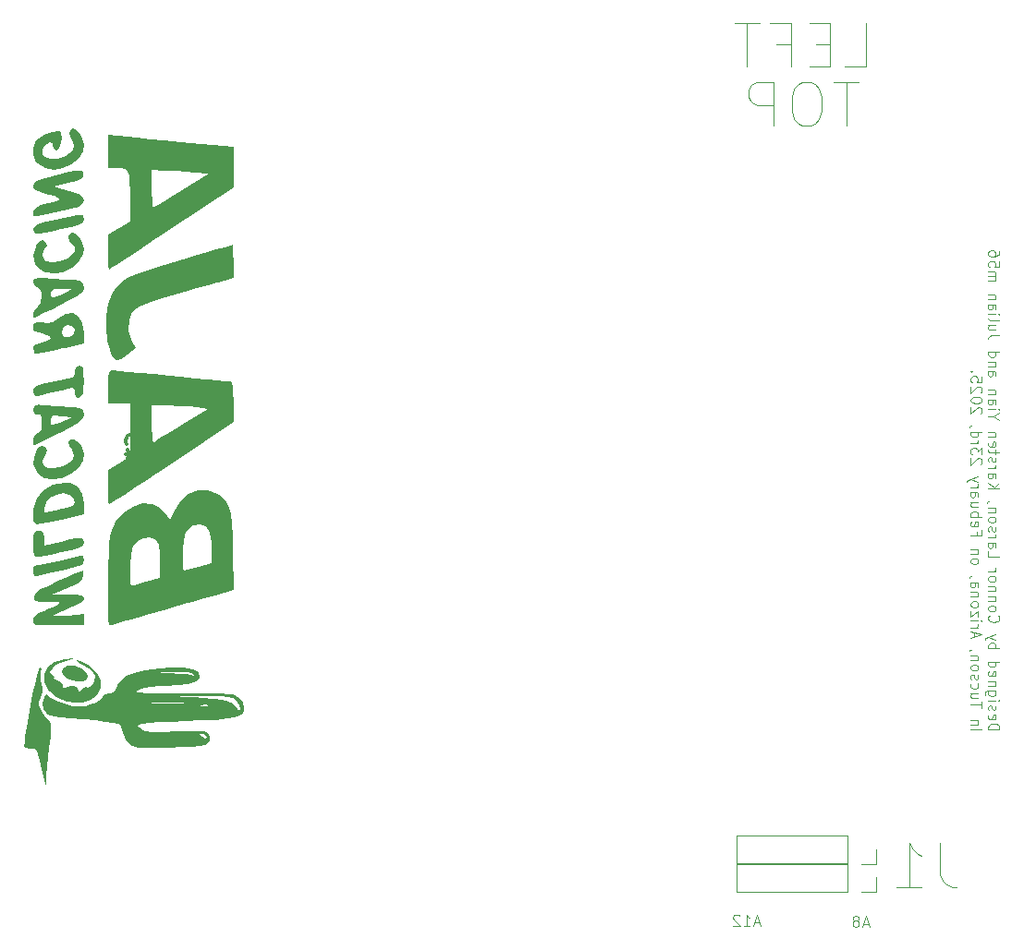
<source format=gbr>
%TF.GenerationSoftware,KiCad,Pcbnew,8.0.6*%
%TF.CreationDate,2025-02-23T20:13:24-07:00*%
%TF.ProjectId,Dash Indicators (Left),44617368-2049-46e6-9469-6361746f7273,rev?*%
%TF.SameCoordinates,Original*%
%TF.FileFunction,Legend,Bot*%
%TF.FilePolarity,Positive*%
%FSLAX46Y46*%
G04 Gerber Fmt 4.6, Leading zero omitted, Abs format (unit mm)*
G04 Created by KiCad (PCBNEW 8.0.6) date 2025-02-23 20:13:24*
%MOMM*%
%LPD*%
G01*
G04 APERTURE LIST*
%ADD10C,0.100000*%
%ADD11C,0.300000*%
%ADD12C,0.000000*%
%ADD13C,0.120000*%
G04 APERTURE END LIST*
D10*
X96477068Y-31005276D02*
X98381830Y-31005276D01*
X98381830Y-31005276D02*
X98381830Y-27005276D01*
X95143735Y-28910038D02*
X93810401Y-28910038D01*
X93238973Y-31005276D02*
X95143735Y-31005276D01*
X95143735Y-31005276D02*
X95143735Y-27005276D01*
X95143735Y-27005276D02*
X93238973Y-27005276D01*
X90191353Y-28910038D02*
X91524687Y-28910038D01*
X91524687Y-31005276D02*
X91524687Y-27005276D01*
X91524687Y-27005276D02*
X89619925Y-27005276D01*
X88667544Y-27005276D02*
X86381830Y-27005276D01*
X87524687Y-31005276D02*
X87524687Y-27005276D01*
X105238972Y-102205276D02*
X105238972Y-105062419D01*
X105238972Y-105062419D02*
X105429449Y-105633847D01*
X105429449Y-105633847D02*
X105810401Y-106014800D01*
X105810401Y-106014800D02*
X106381830Y-106205276D01*
X106381830Y-106205276D02*
X106762782Y-106205276D01*
X101238972Y-106205276D02*
X103524687Y-106205276D01*
X102381830Y-106205276D02*
X102381830Y-102205276D01*
X102381830Y-102205276D02*
X102762782Y-102776704D01*
X102762782Y-102776704D02*
X103143734Y-103157657D01*
X103143734Y-103157657D02*
X103524687Y-103348133D01*
X98643734Y-109586704D02*
X98167544Y-109586704D01*
X98738972Y-109872419D02*
X98405639Y-108872419D01*
X98405639Y-108872419D02*
X98072306Y-109872419D01*
X97596115Y-109300990D02*
X97691353Y-109253371D01*
X97691353Y-109253371D02*
X97738972Y-109205752D01*
X97738972Y-109205752D02*
X97786591Y-109110514D01*
X97786591Y-109110514D02*
X97786591Y-109062895D01*
X97786591Y-109062895D02*
X97738972Y-108967657D01*
X97738972Y-108967657D02*
X97691353Y-108920038D01*
X97691353Y-108920038D02*
X97596115Y-108872419D01*
X97596115Y-108872419D02*
X97405639Y-108872419D01*
X97405639Y-108872419D02*
X97310401Y-108920038D01*
X97310401Y-108920038D02*
X97262782Y-108967657D01*
X97262782Y-108967657D02*
X97215163Y-109062895D01*
X97215163Y-109062895D02*
X97215163Y-109110514D01*
X97215163Y-109110514D02*
X97262782Y-109205752D01*
X97262782Y-109205752D02*
X97310401Y-109253371D01*
X97310401Y-109253371D02*
X97405639Y-109300990D01*
X97405639Y-109300990D02*
X97596115Y-109300990D01*
X97596115Y-109300990D02*
X97691353Y-109348609D01*
X97691353Y-109348609D02*
X97738972Y-109396228D01*
X97738972Y-109396228D02*
X97786591Y-109491466D01*
X97786591Y-109491466D02*
X97786591Y-109681942D01*
X97786591Y-109681942D02*
X97738972Y-109777180D01*
X97738972Y-109777180D02*
X97691353Y-109824800D01*
X97691353Y-109824800D02*
X97596115Y-109872419D01*
X97596115Y-109872419D02*
X97405639Y-109872419D01*
X97405639Y-109872419D02*
X97310401Y-109824800D01*
X97310401Y-109824800D02*
X97262782Y-109777180D01*
X97262782Y-109777180D02*
X97215163Y-109681942D01*
X97215163Y-109681942D02*
X97215163Y-109491466D01*
X97215163Y-109491466D02*
X97262782Y-109396228D01*
X97262782Y-109396228D02*
X97310401Y-109348609D01*
X97310401Y-109348609D02*
X97405639Y-109300990D01*
X109637524Y-91796115D02*
X110637524Y-91796115D01*
X110637524Y-91796115D02*
X110637524Y-91558020D01*
X110637524Y-91558020D02*
X110589905Y-91415163D01*
X110589905Y-91415163D02*
X110494667Y-91319925D01*
X110494667Y-91319925D02*
X110399429Y-91272306D01*
X110399429Y-91272306D02*
X110208953Y-91224687D01*
X110208953Y-91224687D02*
X110066096Y-91224687D01*
X110066096Y-91224687D02*
X109875620Y-91272306D01*
X109875620Y-91272306D02*
X109780382Y-91319925D01*
X109780382Y-91319925D02*
X109685144Y-91415163D01*
X109685144Y-91415163D02*
X109637524Y-91558020D01*
X109637524Y-91558020D02*
X109637524Y-91796115D01*
X109685144Y-90415163D02*
X109637524Y-90510401D01*
X109637524Y-90510401D02*
X109637524Y-90700877D01*
X109637524Y-90700877D02*
X109685144Y-90796115D01*
X109685144Y-90796115D02*
X109780382Y-90843734D01*
X109780382Y-90843734D02*
X110161334Y-90843734D01*
X110161334Y-90843734D02*
X110256572Y-90796115D01*
X110256572Y-90796115D02*
X110304191Y-90700877D01*
X110304191Y-90700877D02*
X110304191Y-90510401D01*
X110304191Y-90510401D02*
X110256572Y-90415163D01*
X110256572Y-90415163D02*
X110161334Y-90367544D01*
X110161334Y-90367544D02*
X110066096Y-90367544D01*
X110066096Y-90367544D02*
X109970858Y-90843734D01*
X109685144Y-89986591D02*
X109637524Y-89891353D01*
X109637524Y-89891353D02*
X109637524Y-89700877D01*
X109637524Y-89700877D02*
X109685144Y-89605639D01*
X109685144Y-89605639D02*
X109780382Y-89558020D01*
X109780382Y-89558020D02*
X109828001Y-89558020D01*
X109828001Y-89558020D02*
X109923239Y-89605639D01*
X109923239Y-89605639D02*
X109970858Y-89700877D01*
X109970858Y-89700877D02*
X109970858Y-89843734D01*
X109970858Y-89843734D02*
X110018477Y-89938972D01*
X110018477Y-89938972D02*
X110113715Y-89986591D01*
X110113715Y-89986591D02*
X110161334Y-89986591D01*
X110161334Y-89986591D02*
X110256572Y-89938972D01*
X110256572Y-89938972D02*
X110304191Y-89843734D01*
X110304191Y-89843734D02*
X110304191Y-89700877D01*
X110304191Y-89700877D02*
X110256572Y-89605639D01*
X109637524Y-89129448D02*
X110304191Y-89129448D01*
X110637524Y-89129448D02*
X110589905Y-89177067D01*
X110589905Y-89177067D02*
X110542286Y-89129448D01*
X110542286Y-89129448D02*
X110589905Y-89081829D01*
X110589905Y-89081829D02*
X110637524Y-89129448D01*
X110637524Y-89129448D02*
X110542286Y-89129448D01*
X110304191Y-88224687D02*
X109494667Y-88224687D01*
X109494667Y-88224687D02*
X109399429Y-88272306D01*
X109399429Y-88272306D02*
X109351810Y-88319925D01*
X109351810Y-88319925D02*
X109304191Y-88415163D01*
X109304191Y-88415163D02*
X109304191Y-88558020D01*
X109304191Y-88558020D02*
X109351810Y-88653258D01*
X109685144Y-88224687D02*
X109637524Y-88319925D01*
X109637524Y-88319925D02*
X109637524Y-88510401D01*
X109637524Y-88510401D02*
X109685144Y-88605639D01*
X109685144Y-88605639D02*
X109732763Y-88653258D01*
X109732763Y-88653258D02*
X109828001Y-88700877D01*
X109828001Y-88700877D02*
X110113715Y-88700877D01*
X110113715Y-88700877D02*
X110208953Y-88653258D01*
X110208953Y-88653258D02*
X110256572Y-88605639D01*
X110256572Y-88605639D02*
X110304191Y-88510401D01*
X110304191Y-88510401D02*
X110304191Y-88319925D01*
X110304191Y-88319925D02*
X110256572Y-88224687D01*
X110304191Y-87748496D02*
X109637524Y-87748496D01*
X110208953Y-87748496D02*
X110256572Y-87700877D01*
X110256572Y-87700877D02*
X110304191Y-87605639D01*
X110304191Y-87605639D02*
X110304191Y-87462782D01*
X110304191Y-87462782D02*
X110256572Y-87367544D01*
X110256572Y-87367544D02*
X110161334Y-87319925D01*
X110161334Y-87319925D02*
X109637524Y-87319925D01*
X109685144Y-86462782D02*
X109637524Y-86558020D01*
X109637524Y-86558020D02*
X109637524Y-86748496D01*
X109637524Y-86748496D02*
X109685144Y-86843734D01*
X109685144Y-86843734D02*
X109780382Y-86891353D01*
X109780382Y-86891353D02*
X110161334Y-86891353D01*
X110161334Y-86891353D02*
X110256572Y-86843734D01*
X110256572Y-86843734D02*
X110304191Y-86748496D01*
X110304191Y-86748496D02*
X110304191Y-86558020D01*
X110304191Y-86558020D02*
X110256572Y-86462782D01*
X110256572Y-86462782D02*
X110161334Y-86415163D01*
X110161334Y-86415163D02*
X110066096Y-86415163D01*
X110066096Y-86415163D02*
X109970858Y-86891353D01*
X109637524Y-85558020D02*
X110637524Y-85558020D01*
X109685144Y-85558020D02*
X109637524Y-85653258D01*
X109637524Y-85653258D02*
X109637524Y-85843734D01*
X109637524Y-85843734D02*
X109685144Y-85938972D01*
X109685144Y-85938972D02*
X109732763Y-85986591D01*
X109732763Y-85986591D02*
X109828001Y-86034210D01*
X109828001Y-86034210D02*
X110113715Y-86034210D01*
X110113715Y-86034210D02*
X110208953Y-85986591D01*
X110208953Y-85986591D02*
X110256572Y-85938972D01*
X110256572Y-85938972D02*
X110304191Y-85843734D01*
X110304191Y-85843734D02*
X110304191Y-85653258D01*
X110304191Y-85653258D02*
X110256572Y-85558020D01*
X109637524Y-84319924D02*
X110637524Y-84319924D01*
X110256572Y-84319924D02*
X110304191Y-84224686D01*
X110304191Y-84224686D02*
X110304191Y-84034210D01*
X110304191Y-84034210D02*
X110256572Y-83938972D01*
X110256572Y-83938972D02*
X110208953Y-83891353D01*
X110208953Y-83891353D02*
X110113715Y-83843734D01*
X110113715Y-83843734D02*
X109828001Y-83843734D01*
X109828001Y-83843734D02*
X109732763Y-83891353D01*
X109732763Y-83891353D02*
X109685144Y-83938972D01*
X109685144Y-83938972D02*
X109637524Y-84034210D01*
X109637524Y-84034210D02*
X109637524Y-84224686D01*
X109637524Y-84224686D02*
X109685144Y-84319924D01*
X110304191Y-83510400D02*
X109637524Y-83272305D01*
X110304191Y-83034210D02*
X109637524Y-83272305D01*
X109637524Y-83272305D02*
X109399429Y-83367543D01*
X109399429Y-83367543D02*
X109351810Y-83415162D01*
X109351810Y-83415162D02*
X109304191Y-83510400D01*
X109732763Y-81319924D02*
X109685144Y-81367543D01*
X109685144Y-81367543D02*
X109637524Y-81510400D01*
X109637524Y-81510400D02*
X109637524Y-81605638D01*
X109637524Y-81605638D02*
X109685144Y-81748495D01*
X109685144Y-81748495D02*
X109780382Y-81843733D01*
X109780382Y-81843733D02*
X109875620Y-81891352D01*
X109875620Y-81891352D02*
X110066096Y-81938971D01*
X110066096Y-81938971D02*
X110208953Y-81938971D01*
X110208953Y-81938971D02*
X110399429Y-81891352D01*
X110399429Y-81891352D02*
X110494667Y-81843733D01*
X110494667Y-81843733D02*
X110589905Y-81748495D01*
X110589905Y-81748495D02*
X110637524Y-81605638D01*
X110637524Y-81605638D02*
X110637524Y-81510400D01*
X110637524Y-81510400D02*
X110589905Y-81367543D01*
X110589905Y-81367543D02*
X110542286Y-81319924D01*
X109637524Y-80748495D02*
X109685144Y-80843733D01*
X109685144Y-80843733D02*
X109732763Y-80891352D01*
X109732763Y-80891352D02*
X109828001Y-80938971D01*
X109828001Y-80938971D02*
X110113715Y-80938971D01*
X110113715Y-80938971D02*
X110208953Y-80891352D01*
X110208953Y-80891352D02*
X110256572Y-80843733D01*
X110256572Y-80843733D02*
X110304191Y-80748495D01*
X110304191Y-80748495D02*
X110304191Y-80605638D01*
X110304191Y-80605638D02*
X110256572Y-80510400D01*
X110256572Y-80510400D02*
X110208953Y-80462781D01*
X110208953Y-80462781D02*
X110113715Y-80415162D01*
X110113715Y-80415162D02*
X109828001Y-80415162D01*
X109828001Y-80415162D02*
X109732763Y-80462781D01*
X109732763Y-80462781D02*
X109685144Y-80510400D01*
X109685144Y-80510400D02*
X109637524Y-80605638D01*
X109637524Y-80605638D02*
X109637524Y-80748495D01*
X110304191Y-79986590D02*
X109637524Y-79986590D01*
X110208953Y-79986590D02*
X110256572Y-79938971D01*
X110256572Y-79938971D02*
X110304191Y-79843733D01*
X110304191Y-79843733D02*
X110304191Y-79700876D01*
X110304191Y-79700876D02*
X110256572Y-79605638D01*
X110256572Y-79605638D02*
X110161334Y-79558019D01*
X110161334Y-79558019D02*
X109637524Y-79558019D01*
X110304191Y-79081828D02*
X109637524Y-79081828D01*
X110208953Y-79081828D02*
X110256572Y-79034209D01*
X110256572Y-79034209D02*
X110304191Y-78938971D01*
X110304191Y-78938971D02*
X110304191Y-78796114D01*
X110304191Y-78796114D02*
X110256572Y-78700876D01*
X110256572Y-78700876D02*
X110161334Y-78653257D01*
X110161334Y-78653257D02*
X109637524Y-78653257D01*
X109637524Y-78034209D02*
X109685144Y-78129447D01*
X109685144Y-78129447D02*
X109732763Y-78177066D01*
X109732763Y-78177066D02*
X109828001Y-78224685D01*
X109828001Y-78224685D02*
X110113715Y-78224685D01*
X110113715Y-78224685D02*
X110208953Y-78177066D01*
X110208953Y-78177066D02*
X110256572Y-78129447D01*
X110256572Y-78129447D02*
X110304191Y-78034209D01*
X110304191Y-78034209D02*
X110304191Y-77891352D01*
X110304191Y-77891352D02*
X110256572Y-77796114D01*
X110256572Y-77796114D02*
X110208953Y-77748495D01*
X110208953Y-77748495D02*
X110113715Y-77700876D01*
X110113715Y-77700876D02*
X109828001Y-77700876D01*
X109828001Y-77700876D02*
X109732763Y-77748495D01*
X109732763Y-77748495D02*
X109685144Y-77796114D01*
X109685144Y-77796114D02*
X109637524Y-77891352D01*
X109637524Y-77891352D02*
X109637524Y-78034209D01*
X109637524Y-77272304D02*
X110304191Y-77272304D01*
X110113715Y-77272304D02*
X110208953Y-77224685D01*
X110208953Y-77224685D02*
X110256572Y-77177066D01*
X110256572Y-77177066D02*
X110304191Y-77081828D01*
X110304191Y-77081828D02*
X110304191Y-76986590D01*
X109637524Y-75415161D02*
X109637524Y-75891351D01*
X109637524Y-75891351D02*
X110637524Y-75891351D01*
X109637524Y-74653256D02*
X110161334Y-74653256D01*
X110161334Y-74653256D02*
X110256572Y-74700875D01*
X110256572Y-74700875D02*
X110304191Y-74796113D01*
X110304191Y-74796113D02*
X110304191Y-74986589D01*
X110304191Y-74986589D02*
X110256572Y-75081827D01*
X109685144Y-74653256D02*
X109637524Y-74748494D01*
X109637524Y-74748494D02*
X109637524Y-74986589D01*
X109637524Y-74986589D02*
X109685144Y-75081827D01*
X109685144Y-75081827D02*
X109780382Y-75129446D01*
X109780382Y-75129446D02*
X109875620Y-75129446D01*
X109875620Y-75129446D02*
X109970858Y-75081827D01*
X109970858Y-75081827D02*
X110018477Y-74986589D01*
X110018477Y-74986589D02*
X110018477Y-74748494D01*
X110018477Y-74748494D02*
X110066096Y-74653256D01*
X109637524Y-74177065D02*
X110304191Y-74177065D01*
X110113715Y-74177065D02*
X110208953Y-74129446D01*
X110208953Y-74129446D02*
X110256572Y-74081827D01*
X110256572Y-74081827D02*
X110304191Y-73986589D01*
X110304191Y-73986589D02*
X110304191Y-73891351D01*
X109685144Y-73605636D02*
X109637524Y-73510398D01*
X109637524Y-73510398D02*
X109637524Y-73319922D01*
X109637524Y-73319922D02*
X109685144Y-73224684D01*
X109685144Y-73224684D02*
X109780382Y-73177065D01*
X109780382Y-73177065D02*
X109828001Y-73177065D01*
X109828001Y-73177065D02*
X109923239Y-73224684D01*
X109923239Y-73224684D02*
X109970858Y-73319922D01*
X109970858Y-73319922D02*
X109970858Y-73462779D01*
X109970858Y-73462779D02*
X110018477Y-73558017D01*
X110018477Y-73558017D02*
X110113715Y-73605636D01*
X110113715Y-73605636D02*
X110161334Y-73605636D01*
X110161334Y-73605636D02*
X110256572Y-73558017D01*
X110256572Y-73558017D02*
X110304191Y-73462779D01*
X110304191Y-73462779D02*
X110304191Y-73319922D01*
X110304191Y-73319922D02*
X110256572Y-73224684D01*
X109637524Y-72605636D02*
X109685144Y-72700874D01*
X109685144Y-72700874D02*
X109732763Y-72748493D01*
X109732763Y-72748493D02*
X109828001Y-72796112D01*
X109828001Y-72796112D02*
X110113715Y-72796112D01*
X110113715Y-72796112D02*
X110208953Y-72748493D01*
X110208953Y-72748493D02*
X110256572Y-72700874D01*
X110256572Y-72700874D02*
X110304191Y-72605636D01*
X110304191Y-72605636D02*
X110304191Y-72462779D01*
X110304191Y-72462779D02*
X110256572Y-72367541D01*
X110256572Y-72367541D02*
X110208953Y-72319922D01*
X110208953Y-72319922D02*
X110113715Y-72272303D01*
X110113715Y-72272303D02*
X109828001Y-72272303D01*
X109828001Y-72272303D02*
X109732763Y-72319922D01*
X109732763Y-72319922D02*
X109685144Y-72367541D01*
X109685144Y-72367541D02*
X109637524Y-72462779D01*
X109637524Y-72462779D02*
X109637524Y-72605636D01*
X110304191Y-71843731D02*
X109637524Y-71843731D01*
X110208953Y-71843731D02*
X110256572Y-71796112D01*
X110256572Y-71796112D02*
X110304191Y-71700874D01*
X110304191Y-71700874D02*
X110304191Y-71558017D01*
X110304191Y-71558017D02*
X110256572Y-71462779D01*
X110256572Y-71462779D02*
X110161334Y-71415160D01*
X110161334Y-71415160D02*
X109637524Y-71415160D01*
X109685144Y-70891350D02*
X109637524Y-70891350D01*
X109637524Y-70891350D02*
X109542286Y-70938969D01*
X109542286Y-70938969D02*
X109494667Y-70986588D01*
X109637524Y-69700874D02*
X110637524Y-69700874D01*
X109637524Y-69129446D02*
X110208953Y-69558017D01*
X110637524Y-69129446D02*
X110066096Y-69700874D01*
X109637524Y-68272303D02*
X110161334Y-68272303D01*
X110161334Y-68272303D02*
X110256572Y-68319922D01*
X110256572Y-68319922D02*
X110304191Y-68415160D01*
X110304191Y-68415160D02*
X110304191Y-68605636D01*
X110304191Y-68605636D02*
X110256572Y-68700874D01*
X109685144Y-68272303D02*
X109637524Y-68367541D01*
X109637524Y-68367541D02*
X109637524Y-68605636D01*
X109637524Y-68605636D02*
X109685144Y-68700874D01*
X109685144Y-68700874D02*
X109780382Y-68748493D01*
X109780382Y-68748493D02*
X109875620Y-68748493D01*
X109875620Y-68748493D02*
X109970858Y-68700874D01*
X109970858Y-68700874D02*
X110018477Y-68605636D01*
X110018477Y-68605636D02*
X110018477Y-68367541D01*
X110018477Y-68367541D02*
X110066096Y-68272303D01*
X109637524Y-67796112D02*
X110304191Y-67796112D01*
X110113715Y-67796112D02*
X110208953Y-67748493D01*
X110208953Y-67748493D02*
X110256572Y-67700874D01*
X110256572Y-67700874D02*
X110304191Y-67605636D01*
X110304191Y-67605636D02*
X110304191Y-67510398D01*
X109685144Y-67224683D02*
X109637524Y-67129445D01*
X109637524Y-67129445D02*
X109637524Y-66938969D01*
X109637524Y-66938969D02*
X109685144Y-66843731D01*
X109685144Y-66843731D02*
X109780382Y-66796112D01*
X109780382Y-66796112D02*
X109828001Y-66796112D01*
X109828001Y-66796112D02*
X109923239Y-66843731D01*
X109923239Y-66843731D02*
X109970858Y-66938969D01*
X109970858Y-66938969D02*
X109970858Y-67081826D01*
X109970858Y-67081826D02*
X110018477Y-67177064D01*
X110018477Y-67177064D02*
X110113715Y-67224683D01*
X110113715Y-67224683D02*
X110161334Y-67224683D01*
X110161334Y-67224683D02*
X110256572Y-67177064D01*
X110256572Y-67177064D02*
X110304191Y-67081826D01*
X110304191Y-67081826D02*
X110304191Y-66938969D01*
X110304191Y-66938969D02*
X110256572Y-66843731D01*
X110304191Y-66510397D02*
X110304191Y-66129445D01*
X110637524Y-66367540D02*
X109780382Y-66367540D01*
X109780382Y-66367540D02*
X109685144Y-66319921D01*
X109685144Y-66319921D02*
X109637524Y-66224683D01*
X109637524Y-66224683D02*
X109637524Y-66129445D01*
X109685144Y-65415159D02*
X109637524Y-65510397D01*
X109637524Y-65510397D02*
X109637524Y-65700873D01*
X109637524Y-65700873D02*
X109685144Y-65796111D01*
X109685144Y-65796111D02*
X109780382Y-65843730D01*
X109780382Y-65843730D02*
X110161334Y-65843730D01*
X110161334Y-65843730D02*
X110256572Y-65796111D01*
X110256572Y-65796111D02*
X110304191Y-65700873D01*
X110304191Y-65700873D02*
X110304191Y-65510397D01*
X110304191Y-65510397D02*
X110256572Y-65415159D01*
X110256572Y-65415159D02*
X110161334Y-65367540D01*
X110161334Y-65367540D02*
X110066096Y-65367540D01*
X110066096Y-65367540D02*
X109970858Y-65843730D01*
X110304191Y-64938968D02*
X109637524Y-64938968D01*
X110208953Y-64938968D02*
X110256572Y-64891349D01*
X110256572Y-64891349D02*
X110304191Y-64796111D01*
X110304191Y-64796111D02*
X110304191Y-64653254D01*
X110304191Y-64653254D02*
X110256572Y-64558016D01*
X110256572Y-64558016D02*
X110161334Y-64510397D01*
X110161334Y-64510397D02*
X109637524Y-64510397D01*
X110113715Y-63081825D02*
X109637524Y-63081825D01*
X110637524Y-63415158D02*
X110113715Y-63081825D01*
X110113715Y-63081825D02*
X110637524Y-62748492D01*
X109637524Y-62415158D02*
X110304191Y-62415158D01*
X110637524Y-62415158D02*
X110589905Y-62462777D01*
X110589905Y-62462777D02*
X110542286Y-62415158D01*
X110542286Y-62415158D02*
X110589905Y-62367539D01*
X110589905Y-62367539D02*
X110637524Y-62415158D01*
X110637524Y-62415158D02*
X110542286Y-62415158D01*
X109637524Y-61510397D02*
X110161334Y-61510397D01*
X110161334Y-61510397D02*
X110256572Y-61558016D01*
X110256572Y-61558016D02*
X110304191Y-61653254D01*
X110304191Y-61653254D02*
X110304191Y-61843730D01*
X110304191Y-61843730D02*
X110256572Y-61938968D01*
X109685144Y-61510397D02*
X109637524Y-61605635D01*
X109637524Y-61605635D02*
X109637524Y-61843730D01*
X109637524Y-61843730D02*
X109685144Y-61938968D01*
X109685144Y-61938968D02*
X109780382Y-61986587D01*
X109780382Y-61986587D02*
X109875620Y-61986587D01*
X109875620Y-61986587D02*
X109970858Y-61938968D01*
X109970858Y-61938968D02*
X110018477Y-61843730D01*
X110018477Y-61843730D02*
X110018477Y-61605635D01*
X110018477Y-61605635D02*
X110066096Y-61510397D01*
X110304191Y-61034206D02*
X109637524Y-61034206D01*
X110208953Y-61034206D02*
X110256572Y-60986587D01*
X110256572Y-60986587D02*
X110304191Y-60891349D01*
X110304191Y-60891349D02*
X110304191Y-60748492D01*
X110304191Y-60748492D02*
X110256572Y-60653254D01*
X110256572Y-60653254D02*
X110161334Y-60605635D01*
X110161334Y-60605635D02*
X109637524Y-60605635D01*
X109637524Y-58938968D02*
X110161334Y-58938968D01*
X110161334Y-58938968D02*
X110256572Y-58986587D01*
X110256572Y-58986587D02*
X110304191Y-59081825D01*
X110304191Y-59081825D02*
X110304191Y-59272301D01*
X110304191Y-59272301D02*
X110256572Y-59367539D01*
X109685144Y-58938968D02*
X109637524Y-59034206D01*
X109637524Y-59034206D02*
X109637524Y-59272301D01*
X109637524Y-59272301D02*
X109685144Y-59367539D01*
X109685144Y-59367539D02*
X109780382Y-59415158D01*
X109780382Y-59415158D02*
X109875620Y-59415158D01*
X109875620Y-59415158D02*
X109970858Y-59367539D01*
X109970858Y-59367539D02*
X110018477Y-59272301D01*
X110018477Y-59272301D02*
X110018477Y-59034206D01*
X110018477Y-59034206D02*
X110066096Y-58938968D01*
X110304191Y-58462777D02*
X109637524Y-58462777D01*
X110208953Y-58462777D02*
X110256572Y-58415158D01*
X110256572Y-58415158D02*
X110304191Y-58319920D01*
X110304191Y-58319920D02*
X110304191Y-58177063D01*
X110304191Y-58177063D02*
X110256572Y-58081825D01*
X110256572Y-58081825D02*
X110161334Y-58034206D01*
X110161334Y-58034206D02*
X109637524Y-58034206D01*
X109637524Y-57129444D02*
X110637524Y-57129444D01*
X109685144Y-57129444D02*
X109637524Y-57224682D01*
X109637524Y-57224682D02*
X109637524Y-57415158D01*
X109637524Y-57415158D02*
X109685144Y-57510396D01*
X109685144Y-57510396D02*
X109732763Y-57558015D01*
X109732763Y-57558015D02*
X109828001Y-57605634D01*
X109828001Y-57605634D02*
X110113715Y-57605634D01*
X110113715Y-57605634D02*
X110208953Y-57558015D01*
X110208953Y-57558015D02*
X110256572Y-57510396D01*
X110256572Y-57510396D02*
X110304191Y-57415158D01*
X110304191Y-57415158D02*
X110304191Y-57224682D01*
X110304191Y-57224682D02*
X110256572Y-57129444D01*
X110637524Y-55605634D02*
X109923239Y-55605634D01*
X109923239Y-55605634D02*
X109780382Y-55653253D01*
X109780382Y-55653253D02*
X109685144Y-55748491D01*
X109685144Y-55748491D02*
X109637524Y-55891348D01*
X109637524Y-55891348D02*
X109637524Y-55986586D01*
X110304191Y-54700872D02*
X109637524Y-54700872D01*
X110304191Y-55129443D02*
X109780382Y-55129443D01*
X109780382Y-55129443D02*
X109685144Y-55081824D01*
X109685144Y-55081824D02*
X109637524Y-54986586D01*
X109637524Y-54986586D02*
X109637524Y-54843729D01*
X109637524Y-54843729D02*
X109685144Y-54748491D01*
X109685144Y-54748491D02*
X109732763Y-54700872D01*
X109637524Y-54081824D02*
X109685144Y-54177062D01*
X109685144Y-54177062D02*
X109780382Y-54224681D01*
X109780382Y-54224681D02*
X110637524Y-54224681D01*
X109637524Y-53700871D02*
X110304191Y-53700871D01*
X110637524Y-53700871D02*
X110589905Y-53748490D01*
X110589905Y-53748490D02*
X110542286Y-53700871D01*
X110542286Y-53700871D02*
X110589905Y-53653252D01*
X110589905Y-53653252D02*
X110637524Y-53700871D01*
X110637524Y-53700871D02*
X110542286Y-53700871D01*
X109637524Y-52796110D02*
X110161334Y-52796110D01*
X110161334Y-52796110D02*
X110256572Y-52843729D01*
X110256572Y-52843729D02*
X110304191Y-52938967D01*
X110304191Y-52938967D02*
X110304191Y-53129443D01*
X110304191Y-53129443D02*
X110256572Y-53224681D01*
X109685144Y-52796110D02*
X109637524Y-52891348D01*
X109637524Y-52891348D02*
X109637524Y-53129443D01*
X109637524Y-53129443D02*
X109685144Y-53224681D01*
X109685144Y-53224681D02*
X109780382Y-53272300D01*
X109780382Y-53272300D02*
X109875620Y-53272300D01*
X109875620Y-53272300D02*
X109970858Y-53224681D01*
X109970858Y-53224681D02*
X110018477Y-53129443D01*
X110018477Y-53129443D02*
X110018477Y-52891348D01*
X110018477Y-52891348D02*
X110066096Y-52796110D01*
X110304191Y-52319919D02*
X109637524Y-52319919D01*
X110208953Y-52319919D02*
X110256572Y-52272300D01*
X110256572Y-52272300D02*
X110304191Y-52177062D01*
X110304191Y-52177062D02*
X110304191Y-52034205D01*
X110304191Y-52034205D02*
X110256572Y-51938967D01*
X110256572Y-51938967D02*
X110161334Y-51891348D01*
X110161334Y-51891348D02*
X109637524Y-51891348D01*
X109637524Y-50653252D02*
X110304191Y-50653252D01*
X110208953Y-50653252D02*
X110256572Y-50605633D01*
X110256572Y-50605633D02*
X110304191Y-50510395D01*
X110304191Y-50510395D02*
X110304191Y-50367538D01*
X110304191Y-50367538D02*
X110256572Y-50272300D01*
X110256572Y-50272300D02*
X110161334Y-50224681D01*
X110161334Y-50224681D02*
X109637524Y-50224681D01*
X110161334Y-50224681D02*
X110256572Y-50177062D01*
X110256572Y-50177062D02*
X110304191Y-50081824D01*
X110304191Y-50081824D02*
X110304191Y-49938967D01*
X110304191Y-49938967D02*
X110256572Y-49843728D01*
X110256572Y-49843728D02*
X110161334Y-49796109D01*
X110161334Y-49796109D02*
X109637524Y-49796109D01*
X110637524Y-48843729D02*
X110637524Y-49319919D01*
X110637524Y-49319919D02*
X110161334Y-49367538D01*
X110161334Y-49367538D02*
X110208953Y-49319919D01*
X110208953Y-49319919D02*
X110256572Y-49224681D01*
X110256572Y-49224681D02*
X110256572Y-48986586D01*
X110256572Y-48986586D02*
X110208953Y-48891348D01*
X110208953Y-48891348D02*
X110161334Y-48843729D01*
X110161334Y-48843729D02*
X110066096Y-48796110D01*
X110066096Y-48796110D02*
X109828001Y-48796110D01*
X109828001Y-48796110D02*
X109732763Y-48843729D01*
X109732763Y-48843729D02*
X109685144Y-48891348D01*
X109685144Y-48891348D02*
X109637524Y-48986586D01*
X109637524Y-48986586D02*
X109637524Y-49224681D01*
X109637524Y-49224681D02*
X109685144Y-49319919D01*
X109685144Y-49319919D02*
X109732763Y-49367538D01*
X110637524Y-47938967D02*
X110637524Y-48129443D01*
X110637524Y-48129443D02*
X110589905Y-48224681D01*
X110589905Y-48224681D02*
X110542286Y-48272300D01*
X110542286Y-48272300D02*
X110399429Y-48367538D01*
X110399429Y-48367538D02*
X110208953Y-48415157D01*
X110208953Y-48415157D02*
X109828001Y-48415157D01*
X109828001Y-48415157D02*
X109732763Y-48367538D01*
X109732763Y-48367538D02*
X109685144Y-48319919D01*
X109685144Y-48319919D02*
X109637524Y-48224681D01*
X109637524Y-48224681D02*
X109637524Y-48034205D01*
X109637524Y-48034205D02*
X109685144Y-47938967D01*
X109685144Y-47938967D02*
X109732763Y-47891348D01*
X109732763Y-47891348D02*
X109828001Y-47843729D01*
X109828001Y-47843729D02*
X110066096Y-47843729D01*
X110066096Y-47843729D02*
X110161334Y-47891348D01*
X110161334Y-47891348D02*
X110208953Y-47938967D01*
X110208953Y-47938967D02*
X110256572Y-48034205D01*
X110256572Y-48034205D02*
X110256572Y-48224681D01*
X110256572Y-48224681D02*
X110208953Y-48319919D01*
X110208953Y-48319919D02*
X110161334Y-48367538D01*
X110161334Y-48367538D02*
X110066096Y-48415157D01*
X108027580Y-91796115D02*
X109027580Y-91796115D01*
X108694247Y-91319925D02*
X108027580Y-91319925D01*
X108599009Y-91319925D02*
X108646628Y-91272306D01*
X108646628Y-91272306D02*
X108694247Y-91177068D01*
X108694247Y-91177068D02*
X108694247Y-91034211D01*
X108694247Y-91034211D02*
X108646628Y-90938973D01*
X108646628Y-90938973D02*
X108551390Y-90891354D01*
X108551390Y-90891354D02*
X108027580Y-90891354D01*
X109027580Y-89796115D02*
X109027580Y-89224687D01*
X108027580Y-89510401D02*
X109027580Y-89510401D01*
X108694247Y-88462782D02*
X108027580Y-88462782D01*
X108694247Y-88891353D02*
X108170438Y-88891353D01*
X108170438Y-88891353D02*
X108075200Y-88843734D01*
X108075200Y-88843734D02*
X108027580Y-88748496D01*
X108027580Y-88748496D02*
X108027580Y-88605639D01*
X108027580Y-88605639D02*
X108075200Y-88510401D01*
X108075200Y-88510401D02*
X108122819Y-88462782D01*
X108075200Y-87558020D02*
X108027580Y-87653258D01*
X108027580Y-87653258D02*
X108027580Y-87843734D01*
X108027580Y-87843734D02*
X108075200Y-87938972D01*
X108075200Y-87938972D02*
X108122819Y-87986591D01*
X108122819Y-87986591D02*
X108218057Y-88034210D01*
X108218057Y-88034210D02*
X108503771Y-88034210D01*
X108503771Y-88034210D02*
X108599009Y-87986591D01*
X108599009Y-87986591D02*
X108646628Y-87938972D01*
X108646628Y-87938972D02*
X108694247Y-87843734D01*
X108694247Y-87843734D02*
X108694247Y-87653258D01*
X108694247Y-87653258D02*
X108646628Y-87558020D01*
X108075200Y-87177067D02*
X108027580Y-87081829D01*
X108027580Y-87081829D02*
X108027580Y-86891353D01*
X108027580Y-86891353D02*
X108075200Y-86796115D01*
X108075200Y-86796115D02*
X108170438Y-86748496D01*
X108170438Y-86748496D02*
X108218057Y-86748496D01*
X108218057Y-86748496D02*
X108313295Y-86796115D01*
X108313295Y-86796115D02*
X108360914Y-86891353D01*
X108360914Y-86891353D02*
X108360914Y-87034210D01*
X108360914Y-87034210D02*
X108408533Y-87129448D01*
X108408533Y-87129448D02*
X108503771Y-87177067D01*
X108503771Y-87177067D02*
X108551390Y-87177067D01*
X108551390Y-87177067D02*
X108646628Y-87129448D01*
X108646628Y-87129448D02*
X108694247Y-87034210D01*
X108694247Y-87034210D02*
X108694247Y-86891353D01*
X108694247Y-86891353D02*
X108646628Y-86796115D01*
X108027580Y-86177067D02*
X108075200Y-86272305D01*
X108075200Y-86272305D02*
X108122819Y-86319924D01*
X108122819Y-86319924D02*
X108218057Y-86367543D01*
X108218057Y-86367543D02*
X108503771Y-86367543D01*
X108503771Y-86367543D02*
X108599009Y-86319924D01*
X108599009Y-86319924D02*
X108646628Y-86272305D01*
X108646628Y-86272305D02*
X108694247Y-86177067D01*
X108694247Y-86177067D02*
X108694247Y-86034210D01*
X108694247Y-86034210D02*
X108646628Y-85938972D01*
X108646628Y-85938972D02*
X108599009Y-85891353D01*
X108599009Y-85891353D02*
X108503771Y-85843734D01*
X108503771Y-85843734D02*
X108218057Y-85843734D01*
X108218057Y-85843734D02*
X108122819Y-85891353D01*
X108122819Y-85891353D02*
X108075200Y-85938972D01*
X108075200Y-85938972D02*
X108027580Y-86034210D01*
X108027580Y-86034210D02*
X108027580Y-86177067D01*
X108694247Y-85415162D02*
X108027580Y-85415162D01*
X108599009Y-85415162D02*
X108646628Y-85367543D01*
X108646628Y-85367543D02*
X108694247Y-85272305D01*
X108694247Y-85272305D02*
X108694247Y-85129448D01*
X108694247Y-85129448D02*
X108646628Y-85034210D01*
X108646628Y-85034210D02*
X108551390Y-84986591D01*
X108551390Y-84986591D02*
X108027580Y-84986591D01*
X108075200Y-84462781D02*
X108027580Y-84462781D01*
X108027580Y-84462781D02*
X107932342Y-84510400D01*
X107932342Y-84510400D02*
X107884723Y-84558019D01*
X108313295Y-83319924D02*
X108313295Y-82843734D01*
X108027580Y-83415162D02*
X109027580Y-83081829D01*
X109027580Y-83081829D02*
X108027580Y-82748496D01*
X108027580Y-82415162D02*
X108694247Y-82415162D01*
X108503771Y-82415162D02*
X108599009Y-82367543D01*
X108599009Y-82367543D02*
X108646628Y-82319924D01*
X108646628Y-82319924D02*
X108694247Y-82224686D01*
X108694247Y-82224686D02*
X108694247Y-82129448D01*
X108027580Y-81796114D02*
X108694247Y-81796114D01*
X109027580Y-81796114D02*
X108979961Y-81843733D01*
X108979961Y-81843733D02*
X108932342Y-81796114D01*
X108932342Y-81796114D02*
X108979961Y-81748495D01*
X108979961Y-81748495D02*
X109027580Y-81796114D01*
X109027580Y-81796114D02*
X108932342Y-81796114D01*
X108694247Y-81415162D02*
X108694247Y-80891353D01*
X108694247Y-80891353D02*
X108027580Y-81415162D01*
X108027580Y-81415162D02*
X108027580Y-80891353D01*
X108027580Y-80367543D02*
X108075200Y-80462781D01*
X108075200Y-80462781D02*
X108122819Y-80510400D01*
X108122819Y-80510400D02*
X108218057Y-80558019D01*
X108218057Y-80558019D02*
X108503771Y-80558019D01*
X108503771Y-80558019D02*
X108599009Y-80510400D01*
X108599009Y-80510400D02*
X108646628Y-80462781D01*
X108646628Y-80462781D02*
X108694247Y-80367543D01*
X108694247Y-80367543D02*
X108694247Y-80224686D01*
X108694247Y-80224686D02*
X108646628Y-80129448D01*
X108646628Y-80129448D02*
X108599009Y-80081829D01*
X108599009Y-80081829D02*
X108503771Y-80034210D01*
X108503771Y-80034210D02*
X108218057Y-80034210D01*
X108218057Y-80034210D02*
X108122819Y-80081829D01*
X108122819Y-80081829D02*
X108075200Y-80129448D01*
X108075200Y-80129448D02*
X108027580Y-80224686D01*
X108027580Y-80224686D02*
X108027580Y-80367543D01*
X108694247Y-79605638D02*
X108027580Y-79605638D01*
X108599009Y-79605638D02*
X108646628Y-79558019D01*
X108646628Y-79558019D02*
X108694247Y-79462781D01*
X108694247Y-79462781D02*
X108694247Y-79319924D01*
X108694247Y-79319924D02*
X108646628Y-79224686D01*
X108646628Y-79224686D02*
X108551390Y-79177067D01*
X108551390Y-79177067D02*
X108027580Y-79177067D01*
X108027580Y-78272305D02*
X108551390Y-78272305D01*
X108551390Y-78272305D02*
X108646628Y-78319924D01*
X108646628Y-78319924D02*
X108694247Y-78415162D01*
X108694247Y-78415162D02*
X108694247Y-78605638D01*
X108694247Y-78605638D02*
X108646628Y-78700876D01*
X108075200Y-78272305D02*
X108027580Y-78367543D01*
X108027580Y-78367543D02*
X108027580Y-78605638D01*
X108027580Y-78605638D02*
X108075200Y-78700876D01*
X108075200Y-78700876D02*
X108170438Y-78748495D01*
X108170438Y-78748495D02*
X108265676Y-78748495D01*
X108265676Y-78748495D02*
X108360914Y-78700876D01*
X108360914Y-78700876D02*
X108408533Y-78605638D01*
X108408533Y-78605638D02*
X108408533Y-78367543D01*
X108408533Y-78367543D02*
X108456152Y-78272305D01*
X108075200Y-77748495D02*
X108027580Y-77748495D01*
X108027580Y-77748495D02*
X107932342Y-77796114D01*
X107932342Y-77796114D02*
X107884723Y-77843733D01*
X108027580Y-76415162D02*
X108075200Y-76510400D01*
X108075200Y-76510400D02*
X108122819Y-76558019D01*
X108122819Y-76558019D02*
X108218057Y-76605638D01*
X108218057Y-76605638D02*
X108503771Y-76605638D01*
X108503771Y-76605638D02*
X108599009Y-76558019D01*
X108599009Y-76558019D02*
X108646628Y-76510400D01*
X108646628Y-76510400D02*
X108694247Y-76415162D01*
X108694247Y-76415162D02*
X108694247Y-76272305D01*
X108694247Y-76272305D02*
X108646628Y-76177067D01*
X108646628Y-76177067D02*
X108599009Y-76129448D01*
X108599009Y-76129448D02*
X108503771Y-76081829D01*
X108503771Y-76081829D02*
X108218057Y-76081829D01*
X108218057Y-76081829D02*
X108122819Y-76129448D01*
X108122819Y-76129448D02*
X108075200Y-76177067D01*
X108075200Y-76177067D02*
X108027580Y-76272305D01*
X108027580Y-76272305D02*
X108027580Y-76415162D01*
X108694247Y-75653257D02*
X108027580Y-75653257D01*
X108599009Y-75653257D02*
X108646628Y-75605638D01*
X108646628Y-75605638D02*
X108694247Y-75510400D01*
X108694247Y-75510400D02*
X108694247Y-75367543D01*
X108694247Y-75367543D02*
X108646628Y-75272305D01*
X108646628Y-75272305D02*
X108551390Y-75224686D01*
X108551390Y-75224686D02*
X108027580Y-75224686D01*
X108551390Y-73653257D02*
X108551390Y-73986590D01*
X108027580Y-73986590D02*
X109027580Y-73986590D01*
X109027580Y-73986590D02*
X109027580Y-73510400D01*
X108075200Y-72748495D02*
X108027580Y-72843733D01*
X108027580Y-72843733D02*
X108027580Y-73034209D01*
X108027580Y-73034209D02*
X108075200Y-73129447D01*
X108075200Y-73129447D02*
X108170438Y-73177066D01*
X108170438Y-73177066D02*
X108551390Y-73177066D01*
X108551390Y-73177066D02*
X108646628Y-73129447D01*
X108646628Y-73129447D02*
X108694247Y-73034209D01*
X108694247Y-73034209D02*
X108694247Y-72843733D01*
X108694247Y-72843733D02*
X108646628Y-72748495D01*
X108646628Y-72748495D02*
X108551390Y-72700876D01*
X108551390Y-72700876D02*
X108456152Y-72700876D01*
X108456152Y-72700876D02*
X108360914Y-73177066D01*
X108027580Y-72272304D02*
X109027580Y-72272304D01*
X108646628Y-72272304D02*
X108694247Y-72177066D01*
X108694247Y-72177066D02*
X108694247Y-71986590D01*
X108694247Y-71986590D02*
X108646628Y-71891352D01*
X108646628Y-71891352D02*
X108599009Y-71843733D01*
X108599009Y-71843733D02*
X108503771Y-71796114D01*
X108503771Y-71796114D02*
X108218057Y-71796114D01*
X108218057Y-71796114D02*
X108122819Y-71843733D01*
X108122819Y-71843733D02*
X108075200Y-71891352D01*
X108075200Y-71891352D02*
X108027580Y-71986590D01*
X108027580Y-71986590D02*
X108027580Y-72177066D01*
X108027580Y-72177066D02*
X108075200Y-72272304D01*
X108694247Y-70938971D02*
X108027580Y-70938971D01*
X108694247Y-71367542D02*
X108170438Y-71367542D01*
X108170438Y-71367542D02*
X108075200Y-71319923D01*
X108075200Y-71319923D02*
X108027580Y-71224685D01*
X108027580Y-71224685D02*
X108027580Y-71081828D01*
X108027580Y-71081828D02*
X108075200Y-70986590D01*
X108075200Y-70986590D02*
X108122819Y-70938971D01*
X108027580Y-70034209D02*
X108551390Y-70034209D01*
X108551390Y-70034209D02*
X108646628Y-70081828D01*
X108646628Y-70081828D02*
X108694247Y-70177066D01*
X108694247Y-70177066D02*
X108694247Y-70367542D01*
X108694247Y-70367542D02*
X108646628Y-70462780D01*
X108075200Y-70034209D02*
X108027580Y-70129447D01*
X108027580Y-70129447D02*
X108027580Y-70367542D01*
X108027580Y-70367542D02*
X108075200Y-70462780D01*
X108075200Y-70462780D02*
X108170438Y-70510399D01*
X108170438Y-70510399D02*
X108265676Y-70510399D01*
X108265676Y-70510399D02*
X108360914Y-70462780D01*
X108360914Y-70462780D02*
X108408533Y-70367542D01*
X108408533Y-70367542D02*
X108408533Y-70129447D01*
X108408533Y-70129447D02*
X108456152Y-70034209D01*
X108027580Y-69558018D02*
X108694247Y-69558018D01*
X108503771Y-69558018D02*
X108599009Y-69510399D01*
X108599009Y-69510399D02*
X108646628Y-69462780D01*
X108646628Y-69462780D02*
X108694247Y-69367542D01*
X108694247Y-69367542D02*
X108694247Y-69272304D01*
X108694247Y-69034208D02*
X108027580Y-68796113D01*
X108694247Y-68558018D02*
X108027580Y-68796113D01*
X108027580Y-68796113D02*
X107789485Y-68891351D01*
X107789485Y-68891351D02*
X107741866Y-68938970D01*
X107741866Y-68938970D02*
X107694247Y-69034208D01*
X108932342Y-67462779D02*
X108979961Y-67415160D01*
X108979961Y-67415160D02*
X109027580Y-67319922D01*
X109027580Y-67319922D02*
X109027580Y-67081827D01*
X109027580Y-67081827D02*
X108979961Y-66986589D01*
X108979961Y-66986589D02*
X108932342Y-66938970D01*
X108932342Y-66938970D02*
X108837104Y-66891351D01*
X108837104Y-66891351D02*
X108741866Y-66891351D01*
X108741866Y-66891351D02*
X108599009Y-66938970D01*
X108599009Y-66938970D02*
X108027580Y-67510398D01*
X108027580Y-67510398D02*
X108027580Y-66891351D01*
X109027580Y-66558017D02*
X109027580Y-65938970D01*
X109027580Y-65938970D02*
X108646628Y-66272303D01*
X108646628Y-66272303D02*
X108646628Y-66129446D01*
X108646628Y-66129446D02*
X108599009Y-66034208D01*
X108599009Y-66034208D02*
X108551390Y-65986589D01*
X108551390Y-65986589D02*
X108456152Y-65938970D01*
X108456152Y-65938970D02*
X108218057Y-65938970D01*
X108218057Y-65938970D02*
X108122819Y-65986589D01*
X108122819Y-65986589D02*
X108075200Y-66034208D01*
X108075200Y-66034208D02*
X108027580Y-66129446D01*
X108027580Y-66129446D02*
X108027580Y-66415160D01*
X108027580Y-66415160D02*
X108075200Y-66510398D01*
X108075200Y-66510398D02*
X108122819Y-66558017D01*
X108027580Y-65510398D02*
X108694247Y-65510398D01*
X108503771Y-65510398D02*
X108599009Y-65462779D01*
X108599009Y-65462779D02*
X108646628Y-65415160D01*
X108646628Y-65415160D02*
X108694247Y-65319922D01*
X108694247Y-65319922D02*
X108694247Y-65224684D01*
X108027580Y-64462779D02*
X109027580Y-64462779D01*
X108075200Y-64462779D02*
X108027580Y-64558017D01*
X108027580Y-64558017D02*
X108027580Y-64748493D01*
X108027580Y-64748493D02*
X108075200Y-64843731D01*
X108075200Y-64843731D02*
X108122819Y-64891350D01*
X108122819Y-64891350D02*
X108218057Y-64938969D01*
X108218057Y-64938969D02*
X108503771Y-64938969D01*
X108503771Y-64938969D02*
X108599009Y-64891350D01*
X108599009Y-64891350D02*
X108646628Y-64843731D01*
X108646628Y-64843731D02*
X108694247Y-64748493D01*
X108694247Y-64748493D02*
X108694247Y-64558017D01*
X108694247Y-64558017D02*
X108646628Y-64462779D01*
X108075200Y-63938969D02*
X108027580Y-63938969D01*
X108027580Y-63938969D02*
X107932342Y-63986588D01*
X107932342Y-63986588D02*
X107884723Y-64034207D01*
X108932342Y-62796112D02*
X108979961Y-62748493D01*
X108979961Y-62748493D02*
X109027580Y-62653255D01*
X109027580Y-62653255D02*
X109027580Y-62415160D01*
X109027580Y-62415160D02*
X108979961Y-62319922D01*
X108979961Y-62319922D02*
X108932342Y-62272303D01*
X108932342Y-62272303D02*
X108837104Y-62224684D01*
X108837104Y-62224684D02*
X108741866Y-62224684D01*
X108741866Y-62224684D02*
X108599009Y-62272303D01*
X108599009Y-62272303D02*
X108027580Y-62843731D01*
X108027580Y-62843731D02*
X108027580Y-62224684D01*
X109027580Y-61605636D02*
X109027580Y-61510398D01*
X109027580Y-61510398D02*
X108979961Y-61415160D01*
X108979961Y-61415160D02*
X108932342Y-61367541D01*
X108932342Y-61367541D02*
X108837104Y-61319922D01*
X108837104Y-61319922D02*
X108646628Y-61272303D01*
X108646628Y-61272303D02*
X108408533Y-61272303D01*
X108408533Y-61272303D02*
X108218057Y-61319922D01*
X108218057Y-61319922D02*
X108122819Y-61367541D01*
X108122819Y-61367541D02*
X108075200Y-61415160D01*
X108075200Y-61415160D02*
X108027580Y-61510398D01*
X108027580Y-61510398D02*
X108027580Y-61605636D01*
X108027580Y-61605636D02*
X108075200Y-61700874D01*
X108075200Y-61700874D02*
X108122819Y-61748493D01*
X108122819Y-61748493D02*
X108218057Y-61796112D01*
X108218057Y-61796112D02*
X108408533Y-61843731D01*
X108408533Y-61843731D02*
X108646628Y-61843731D01*
X108646628Y-61843731D02*
X108837104Y-61796112D01*
X108837104Y-61796112D02*
X108932342Y-61748493D01*
X108932342Y-61748493D02*
X108979961Y-61700874D01*
X108979961Y-61700874D02*
X109027580Y-61605636D01*
X108932342Y-60891350D02*
X108979961Y-60843731D01*
X108979961Y-60843731D02*
X109027580Y-60748493D01*
X109027580Y-60748493D02*
X109027580Y-60510398D01*
X109027580Y-60510398D02*
X108979961Y-60415160D01*
X108979961Y-60415160D02*
X108932342Y-60367541D01*
X108932342Y-60367541D02*
X108837104Y-60319922D01*
X108837104Y-60319922D02*
X108741866Y-60319922D01*
X108741866Y-60319922D02*
X108599009Y-60367541D01*
X108599009Y-60367541D02*
X108027580Y-60938969D01*
X108027580Y-60938969D02*
X108027580Y-60319922D01*
X109027580Y-59415160D02*
X109027580Y-59891350D01*
X109027580Y-59891350D02*
X108551390Y-59938969D01*
X108551390Y-59938969D02*
X108599009Y-59891350D01*
X108599009Y-59891350D02*
X108646628Y-59796112D01*
X108646628Y-59796112D02*
X108646628Y-59558017D01*
X108646628Y-59558017D02*
X108599009Y-59462779D01*
X108599009Y-59462779D02*
X108551390Y-59415160D01*
X108551390Y-59415160D02*
X108456152Y-59367541D01*
X108456152Y-59367541D02*
X108218057Y-59367541D01*
X108218057Y-59367541D02*
X108122819Y-59415160D01*
X108122819Y-59415160D02*
X108075200Y-59462779D01*
X108075200Y-59462779D02*
X108027580Y-59558017D01*
X108027580Y-59558017D02*
X108027580Y-59796112D01*
X108027580Y-59796112D02*
X108075200Y-59891350D01*
X108075200Y-59891350D02*
X108122819Y-59938969D01*
X108122819Y-58938969D02*
X108075200Y-58891350D01*
X108075200Y-58891350D02*
X108027580Y-58938969D01*
X108027580Y-58938969D02*
X108075200Y-58986588D01*
X108075200Y-58986588D02*
X108122819Y-58938969D01*
X108122819Y-58938969D02*
X108027580Y-58938969D01*
X97753258Y-32405276D02*
X95467544Y-32405276D01*
X96610401Y-36405276D02*
X96610401Y-32405276D01*
X93372306Y-32405276D02*
X92610401Y-32405276D01*
X92610401Y-32405276D02*
X92229449Y-32595752D01*
X92229449Y-32595752D02*
X91848496Y-32976704D01*
X91848496Y-32976704D02*
X91658020Y-33738609D01*
X91658020Y-33738609D02*
X91658020Y-35071942D01*
X91658020Y-35071942D02*
X91848496Y-35833847D01*
X91848496Y-35833847D02*
X92229449Y-36214800D01*
X92229449Y-36214800D02*
X92610401Y-36405276D01*
X92610401Y-36405276D02*
X93372306Y-36405276D01*
X93372306Y-36405276D02*
X93753258Y-36214800D01*
X93753258Y-36214800D02*
X94134211Y-35833847D01*
X94134211Y-35833847D02*
X94324687Y-35071942D01*
X94324687Y-35071942D02*
X94324687Y-33738609D01*
X94324687Y-33738609D02*
X94134211Y-32976704D01*
X94134211Y-32976704D02*
X93753258Y-32595752D01*
X93753258Y-32595752D02*
X93372306Y-32405276D01*
X89943735Y-36405276D02*
X89943735Y-32405276D01*
X89943735Y-32405276D02*
X88419925Y-32405276D01*
X88419925Y-32405276D02*
X88038973Y-32595752D01*
X88038973Y-32595752D02*
X87848496Y-32786228D01*
X87848496Y-32786228D02*
X87658020Y-33167180D01*
X87658020Y-33167180D02*
X87658020Y-33738609D01*
X87658020Y-33738609D02*
X87848496Y-34119561D01*
X87848496Y-34119561D02*
X88038973Y-34310038D01*
X88038973Y-34310038D02*
X88419925Y-34500514D01*
X88419925Y-34500514D02*
X89943735Y-34500514D01*
X88643734Y-109486704D02*
X88167544Y-109486704D01*
X88738972Y-109772419D02*
X88405639Y-108772419D01*
X88405639Y-108772419D02*
X88072306Y-109772419D01*
X87215163Y-109772419D02*
X87786591Y-109772419D01*
X87500877Y-109772419D02*
X87500877Y-108772419D01*
X87500877Y-108772419D02*
X87596115Y-108915276D01*
X87596115Y-108915276D02*
X87691353Y-109010514D01*
X87691353Y-109010514D02*
X87786591Y-109058133D01*
X86834210Y-108867657D02*
X86786591Y-108820038D01*
X86786591Y-108820038D02*
X86691353Y-108772419D01*
X86691353Y-108772419D02*
X86453258Y-108772419D01*
X86453258Y-108772419D02*
X86358020Y-108820038D01*
X86358020Y-108820038D02*
X86310401Y-108867657D01*
X86310401Y-108867657D02*
X86262782Y-108962895D01*
X86262782Y-108962895D02*
X86262782Y-109058133D01*
X86262782Y-109058133D02*
X86310401Y-109200990D01*
X86310401Y-109200990D02*
X86881829Y-109772419D01*
X86881829Y-109772419D02*
X86262782Y-109772419D01*
D11*
X30649757Y-65578572D02*
X30578328Y-65435715D01*
X30578328Y-65435715D02*
X30578328Y-65221429D01*
X30578328Y-65221429D02*
X30649757Y-65007143D01*
X30649757Y-65007143D02*
X30792614Y-64864286D01*
X30792614Y-64864286D02*
X30935471Y-64792857D01*
X30935471Y-64792857D02*
X31221185Y-64721429D01*
X31221185Y-64721429D02*
X31435471Y-64721429D01*
X31435471Y-64721429D02*
X31721185Y-64792857D01*
X31721185Y-64792857D02*
X31864042Y-64864286D01*
X31864042Y-64864286D02*
X32006900Y-65007143D01*
X32006900Y-65007143D02*
X32078328Y-65221429D01*
X32078328Y-65221429D02*
X32078328Y-65364286D01*
X32078328Y-65364286D02*
X32006900Y-65578572D01*
X32006900Y-65578572D02*
X31935471Y-65650000D01*
X31935471Y-65650000D02*
X31435471Y-65650000D01*
X31435471Y-65650000D02*
X31435471Y-65364286D01*
X30578328Y-66507143D02*
X30935471Y-66507143D01*
X30792614Y-66150000D02*
X30935471Y-66507143D01*
X30935471Y-66507143D02*
X30792614Y-66864286D01*
X31221185Y-66292857D02*
X30935471Y-66507143D01*
X30935471Y-66507143D02*
X31221185Y-66721429D01*
X30578328Y-67650000D02*
X30935471Y-67650000D01*
X30792614Y-67292857D02*
X30935471Y-67650000D01*
X30935471Y-67650000D02*
X30792614Y-68007143D01*
X31221185Y-67435714D02*
X30935471Y-67650000D01*
X30935471Y-67650000D02*
X31221185Y-67864286D01*
X30578328Y-68792857D02*
X30935471Y-68792857D01*
X30792614Y-68435714D02*
X30935471Y-68792857D01*
X30935471Y-68792857D02*
X30792614Y-69150000D01*
X31221185Y-68578571D02*
X30935471Y-68792857D01*
X30935471Y-68792857D02*
X31221185Y-69007143D01*
D12*
%TO.C,G\u002A\u002A\u002A*%
G36*
X25955856Y-85936986D02*
G01*
X26539312Y-86147627D01*
X26987524Y-86473729D01*
X27166667Y-86850041D01*
X27059558Y-87156885D01*
X26672665Y-87377550D01*
X26097094Y-87395051D01*
X25431903Y-87189978D01*
X24993305Y-86902099D01*
X24749387Y-86514533D01*
X24839267Y-86163136D01*
X25272860Y-85926648D01*
X25370980Y-85907056D01*
X25955856Y-85936986D01*
G37*
G36*
X26679099Y-44619382D02*
G01*
X26752960Y-44756616D01*
X26763492Y-44980485D01*
X26763358Y-44999229D01*
X26723904Y-45206266D01*
X26566351Y-45368235D01*
X26221263Y-45515525D01*
X25619199Y-45678526D01*
X24690722Y-45887628D01*
X24045846Y-46025075D01*
X23248666Y-46186711D01*
X22654450Y-46297183D01*
X22358447Y-46338095D01*
X22209823Y-46252320D01*
X22163361Y-45899313D01*
X22208006Y-45743661D01*
X22371956Y-45562671D01*
X22718388Y-45399198D01*
X23318540Y-45222508D01*
X24243651Y-45001870D01*
X24482511Y-44947542D01*
X25443616Y-44732861D01*
X26087820Y-44606966D01*
X26478517Y-44569319D01*
X26679099Y-44619382D01*
G37*
G36*
X26697507Y-75883285D02*
G01*
X26763492Y-76243677D01*
X26763308Y-76273272D01*
X26729733Y-76499225D01*
X26588204Y-76668671D01*
X26266932Y-76815805D01*
X25694132Y-76974821D01*
X24798016Y-77179915D01*
X24266741Y-77298298D01*
X23451613Y-77482947D01*
X22821079Y-77629554D01*
X22479762Y-77714016D01*
X22427429Y-77726964D01*
X22191503Y-77667675D01*
X22126985Y-77295331D01*
X22153209Y-76951137D01*
X22229912Y-76777778D01*
X22261770Y-76774398D01*
X22593541Y-76711705D01*
X23185497Y-76587444D01*
X23933713Y-76424679D01*
X24734267Y-76246476D01*
X25483234Y-76075899D01*
X26076692Y-75936013D01*
X26410715Y-75849884D01*
X26455748Y-75837407D01*
X26697507Y-75883285D01*
G37*
G36*
X22911198Y-73580235D02*
G01*
X23093796Y-73766200D01*
X23134921Y-74232080D01*
X23134921Y-74911779D01*
X24697223Y-74541346D01*
X25152770Y-74433973D01*
X25917835Y-74265235D01*
X26391988Y-74196415D01*
X26644681Y-74229948D01*
X26745365Y-74368270D01*
X26763492Y-74613818D01*
X26763358Y-74632563D01*
X26723904Y-74839599D01*
X26566351Y-75001568D01*
X26221263Y-75148858D01*
X25619199Y-75311859D01*
X24690722Y-75520961D01*
X24044609Y-75658808D01*
X23251184Y-75820249D01*
X22662314Y-75930574D01*
X22372468Y-75971429D01*
X22279565Y-75919312D01*
X22164761Y-75533253D01*
X22126985Y-74761905D01*
X22126996Y-74719510D01*
X22139115Y-74066885D01*
X22200850Y-73717935D01*
X22351647Y-73577991D01*
X22630953Y-73552381D01*
X22911198Y-73580235D01*
G37*
G36*
X25877707Y-65157369D02*
G01*
X26360318Y-65488889D01*
X26582803Y-65768906D01*
X26788323Y-66427645D01*
X26671672Y-67124351D01*
X26269222Y-67786097D01*
X25617342Y-68339956D01*
X24752403Y-68712998D01*
X23893218Y-68853125D01*
X23147494Y-68720074D01*
X22535739Y-68270659D01*
X22442705Y-68158517D01*
X22167753Y-67492131D01*
X22188503Y-66743021D01*
X22507054Y-66072125D01*
X22680555Y-65873468D01*
X22937031Y-65727996D01*
X23205144Y-65866692D01*
X23343361Y-65995048D01*
X23413623Y-66227042D01*
X23223676Y-66587702D01*
X23015969Y-67082677D01*
X23101877Y-67507469D01*
X23473779Y-67759991D01*
X24077463Y-67806272D01*
X24858715Y-67612336D01*
X25220150Y-67450455D01*
X25744764Y-67043995D01*
X25901535Y-66587663D01*
X25672932Y-66113728D01*
X25451449Y-65810163D01*
X25345528Y-65388676D01*
X25513529Y-65147522D01*
X25877707Y-65157369D01*
G37*
G36*
X26381794Y-58433503D02*
G01*
X26586643Y-58479971D01*
X26701717Y-58668793D01*
X26752255Y-59086828D01*
X26763492Y-59820933D01*
X26751875Y-60523338D01*
X26697685Y-60977871D01*
X26575594Y-61210204D01*
X26360318Y-61313966D01*
X26286057Y-61331274D01*
X26024319Y-61284996D01*
X25957143Y-60934302D01*
X25921204Y-60621914D01*
X25805953Y-60452186D01*
X25696904Y-60466148D01*
X25353810Y-60533369D01*
X24749102Y-60664846D01*
X23839207Y-60870124D01*
X22580556Y-61158747D01*
X22461374Y-61182355D01*
X22192026Y-61128148D01*
X22126985Y-60775664D01*
X22131561Y-60659722D01*
X22207058Y-60442849D01*
X22438316Y-60280762D01*
X22905627Y-60131104D01*
X23689286Y-59951518D01*
X24589063Y-59755894D01*
X25260360Y-59595508D01*
X25665771Y-59462483D01*
X25872342Y-59326433D01*
X25947117Y-59156973D01*
X25957143Y-58923717D01*
X26041103Y-58555070D01*
X26360318Y-58433334D01*
X26381794Y-58433503D01*
G37*
G36*
X26016173Y-46313591D02*
G01*
X26371827Y-46668861D01*
X26650695Y-47152037D01*
X26763492Y-47656367D01*
X26676711Y-48192144D01*
X26283949Y-48884535D01*
X25656741Y-49438422D01*
X24886004Y-49813951D01*
X24062655Y-49971269D01*
X23277611Y-49870524D01*
X22621790Y-49471862D01*
X22310545Y-49057451D01*
X22139995Y-48315769D01*
X22355877Y-47467401D01*
X22382679Y-47410552D01*
X22708914Y-46963515D01*
X23046782Y-46871361D01*
X23340526Y-47151952D01*
X23438755Y-47404630D01*
X23357185Y-47547619D01*
X23231309Y-47592369D01*
X23055976Y-47887699D01*
X23014926Y-48306125D01*
X23142950Y-48666023D01*
X23345709Y-48823120D01*
X23909202Y-48945577D01*
X24605258Y-48854921D01*
X25301985Y-48557765D01*
X25613324Y-48318678D01*
X25911530Y-47886619D01*
X25934211Y-47485813D01*
X25654762Y-47217344D01*
X25407680Y-46948534D01*
X25371149Y-46544389D01*
X25568892Y-46228079D01*
X25673018Y-46192978D01*
X26016173Y-46313591D01*
G37*
G36*
X25527580Y-69173854D02*
G01*
X26205195Y-69517865D01*
X26621668Y-70161925D01*
X26763492Y-71090849D01*
X26763492Y-72074626D01*
X24798016Y-72512265D01*
X24263078Y-72628503D01*
X23449542Y-72793696D01*
X23392080Y-72804043D01*
X22820375Y-72906988D01*
X22479762Y-72948762D01*
X22293034Y-72901650D01*
X22162112Y-72648459D01*
X22127298Y-72090873D01*
X22161091Y-71587477D01*
X22163787Y-71578814D01*
X23114701Y-71578814D01*
X23166104Y-71850510D01*
X23392080Y-71884137D01*
X23603901Y-71821342D01*
X24131371Y-71692758D01*
X24803191Y-71545896D01*
X24825260Y-71541303D01*
X25512785Y-71370765D01*
X25858030Y-71184130D01*
X25917691Y-70919586D01*
X25748463Y-70515319D01*
X25457380Y-70246395D01*
X24909352Y-70127892D01*
X24268068Y-70227419D01*
X23666075Y-70543203D01*
X23443020Y-70774396D01*
X23214723Y-71182345D01*
X23114701Y-71578814D01*
X22163787Y-71578814D01*
X22475832Y-70576023D01*
X23084945Y-69796727D01*
X23944050Y-69295380D01*
X25008767Y-69117774D01*
X25527580Y-69173854D01*
G37*
G36*
X22860849Y-86152695D02*
G01*
X22820372Y-86531474D01*
X22793330Y-87080128D01*
X22913580Y-87693477D01*
X22973412Y-87879764D01*
X23023910Y-88365050D01*
X22829409Y-88805293D01*
X22774355Y-88891500D01*
X22638033Y-89206825D01*
X22682735Y-89540599D01*
X22920409Y-90057205D01*
X23025432Y-90250196D01*
X23336889Y-90710082D01*
X23591488Y-90943599D01*
X23691719Y-91028636D01*
X23754596Y-91259330D01*
X23761882Y-91694404D01*
X23714105Y-92398911D01*
X23611796Y-93437906D01*
X23518988Y-94338689D01*
X23428522Y-95260478D01*
X23361384Y-95993825D01*
X23327650Y-96432540D01*
X23295349Y-97037302D01*
X23119728Y-96432540D01*
X23036988Y-96118081D01*
X22878069Y-95426769D01*
X22722841Y-94668651D01*
X22591151Y-94043563D01*
X22452108Y-93683710D01*
X22247544Y-93537279D01*
X21911105Y-93509524D01*
X21498956Y-93442015D01*
X21325883Y-93257540D01*
X21337139Y-93063254D01*
X21410028Y-92439297D01*
X21537197Y-91598332D01*
X21703852Y-90617242D01*
X21895199Y-89572910D01*
X22096442Y-88542216D01*
X22292787Y-87602044D01*
X22469439Y-86829276D01*
X22611604Y-86300793D01*
X22704486Y-86093479D01*
X22860849Y-86152695D01*
G37*
G36*
X25989404Y-36719946D02*
G01*
X26361839Y-37062386D01*
X26648676Y-37596784D01*
X26763492Y-38189317D01*
X26672455Y-38731161D01*
X26269636Y-39410694D01*
X25628743Y-39944157D01*
X24841805Y-40294794D01*
X24000854Y-40425848D01*
X23197919Y-40300560D01*
X22525032Y-39882174D01*
X22408939Y-39743246D01*
X22164653Y-39112329D01*
X22171050Y-38381164D01*
X22435309Y-37722530D01*
X22609213Y-37544078D01*
X23159227Y-37215787D01*
X23849286Y-36965537D01*
X24507226Y-36864617D01*
X24552400Y-36871147D01*
X24709100Y-37091254D01*
X24744595Y-37520014D01*
X24675904Y-38015647D01*
X24520049Y-38436377D01*
X24294048Y-38640423D01*
X24049860Y-38610733D01*
X23941270Y-38289385D01*
X23880137Y-37975250D01*
X23643895Y-37902797D01*
X23250114Y-38188209D01*
X22965241Y-38589270D01*
X22944828Y-38992327D01*
X23207789Y-39285254D01*
X23690684Y-39433954D01*
X24330075Y-39404333D01*
X25062521Y-39162294D01*
X25227033Y-39077163D01*
X25737909Y-38648154D01*
X25892100Y-38166431D01*
X25668072Y-37684548D01*
X25592298Y-37583933D01*
X25466344Y-37182366D01*
X25533853Y-36819688D01*
X25777124Y-36661905D01*
X25989404Y-36719946D01*
G37*
G36*
X23945783Y-50417263D02*
G01*
X25100397Y-50501722D01*
X25902360Y-50568546D01*
X26400119Y-50639006D01*
X26655777Y-50745742D01*
X26750009Y-50922840D01*
X26763492Y-51204385D01*
X26756879Y-51349017D01*
X26686360Y-51580914D01*
X26489817Y-51805544D01*
X26107784Y-52068122D01*
X25480797Y-52413868D01*
X24549390Y-52887999D01*
X24499248Y-52913133D01*
X23917650Y-53201779D01*
X23648186Y-53335514D01*
X22937832Y-53680489D01*
X22441158Y-53913107D01*
X22231136Y-53998413D01*
X22113426Y-53894849D01*
X22132964Y-53583758D01*
X22286507Y-53215096D01*
X22530159Y-52943694D01*
X22802756Y-52652350D01*
X22933334Y-52015970D01*
X22930650Y-51883055D01*
X22907056Y-51780953D01*
X23739683Y-51780953D01*
X23754151Y-51943714D01*
X23917650Y-52144255D01*
X24300481Y-52090001D01*
X24949207Y-51780953D01*
X25654762Y-51394677D01*
X24697223Y-51386228D01*
X24536885Y-51385671D01*
X24026622Y-51417098D01*
X23794575Y-51534972D01*
X23739683Y-51780953D01*
X22907056Y-51780953D01*
X22826512Y-51432405D01*
X22530159Y-51234600D01*
X22297248Y-51104230D01*
X22126985Y-50749505D01*
X22160186Y-50566882D01*
X22299664Y-50446525D01*
X22604420Y-50384747D01*
X23133459Y-50376632D01*
X23945783Y-50417263D01*
G37*
G36*
X40422088Y-47351982D02*
G01*
X40447126Y-47596825D01*
X40464760Y-48128905D01*
X40471429Y-48849401D01*
X40471429Y-50352769D01*
X39110715Y-50751680D01*
X38954187Y-50797441D01*
X38168549Y-51025264D01*
X37141845Y-51321055D01*
X35989511Y-51651613D01*
X34826985Y-51983737D01*
X33935704Y-52246281D01*
X32717683Y-52647940D01*
X31886589Y-52990312D01*
X31435340Y-53276096D01*
X31236352Y-53510947D01*
X30909720Y-54278884D01*
X30877246Y-55164742D01*
X31151983Y-56041173D01*
X31534153Y-56773615D01*
X30840447Y-57327137D01*
X30792042Y-57365538D01*
X30188287Y-57776244D01*
X29763752Y-57865150D01*
X29441484Y-57618422D01*
X29144528Y-57022222D01*
X29136942Y-57003025D01*
X28904959Y-56082739D01*
X28809846Y-54964745D01*
X28847159Y-53794766D01*
X29012454Y-52718526D01*
X29301287Y-51881746D01*
X29551281Y-51456196D01*
X29896679Y-51028542D01*
X30347457Y-50648634D01*
X30951387Y-50292820D01*
X31756245Y-49937446D01*
X32809804Y-49558859D01*
X34159837Y-49133408D01*
X35854119Y-48637438D01*
X36631812Y-48414933D01*
X37836103Y-48071363D01*
X38871432Y-47777225D01*
X39683160Y-47547982D01*
X40216651Y-47399097D01*
X40417266Y-47346032D01*
X40422088Y-47351982D01*
G37*
G36*
X26273037Y-53905229D02*
G01*
X26631872Y-54506876D01*
X26763492Y-55392976D01*
X26763492Y-56384364D01*
X25087007Y-56753936D01*
X24798016Y-56817643D01*
X24253267Y-56938572D01*
X23470241Y-57115643D01*
X22886859Y-57251673D01*
X22600264Y-57324270D01*
X22524217Y-57340804D01*
X22247487Y-57277116D01*
X22185927Y-57163679D01*
X22126985Y-56789420D01*
X22146315Y-56661216D01*
X22377820Y-56436731D01*
X22933334Y-56293285D01*
X23450347Y-56147983D01*
X23717355Y-55920555D01*
X23635419Y-55683431D01*
X23185318Y-55497321D01*
X22730677Y-55391592D01*
X22638884Y-55359529D01*
X24774854Y-55359529D01*
X24824693Y-55714750D01*
X25087007Y-55809612D01*
X25431861Y-55763633D01*
X25835025Y-55507168D01*
X25923821Y-55082987D01*
X25792926Y-54838816D01*
X25349621Y-54703969D01*
X25240533Y-54707506D01*
X24913307Y-54842806D01*
X24784626Y-55258334D01*
X24774854Y-55359529D01*
X22638884Y-55359529D01*
X22329903Y-55251603D01*
X22161367Y-55071274D01*
X22126985Y-54784546D01*
X22128380Y-54705870D01*
X22194593Y-54478910D01*
X22439369Y-54411384D01*
X22971365Y-54461757D01*
X23424950Y-54499533D01*
X23920436Y-54406682D01*
X24397943Y-54085125D01*
X25089888Y-53674803D01*
X25741029Y-53617912D01*
X26273037Y-53905229D01*
G37*
G36*
X26634218Y-40559004D02*
G01*
X26734305Y-40697165D01*
X26727116Y-40932606D01*
X26686576Y-41085551D01*
X26495855Y-41303822D01*
X26080191Y-41483703D01*
X25352381Y-41672100D01*
X24042064Y-41971052D01*
X25402778Y-42369265D01*
X26044649Y-42569679D01*
X26498533Y-42764979D01*
X26710885Y-42967491D01*
X26763492Y-43228885D01*
X26696452Y-43527682D01*
X26410715Y-43797503D01*
X26355825Y-43813175D01*
X25939758Y-43916993D01*
X25291691Y-44068033D01*
X24515755Y-44243262D01*
X23716078Y-44419646D01*
X22996789Y-44574152D01*
X22462017Y-44683747D01*
X22215892Y-44725397D01*
X22156807Y-44624016D01*
X22163361Y-44271826D01*
X22207401Y-44103601D01*
X22398213Y-43883554D01*
X22811460Y-43700971D01*
X23535209Y-43506737D01*
X23598632Y-43491585D01*
X24255100Y-43320230D01*
X24560669Y-43181052D01*
X24505471Y-43040800D01*
X24079642Y-42866222D01*
X23273316Y-42624067D01*
X22832585Y-42490850D01*
X22376169Y-42304987D01*
X22181071Y-42109929D01*
X22164586Y-41847769D01*
X22196367Y-41720144D01*
X22343698Y-41528630D01*
X22668721Y-41359429D01*
X23244190Y-41179779D01*
X24142858Y-40956918D01*
X25110916Y-40733647D01*
X25880464Y-40576700D01*
X26368918Y-40518667D01*
X26634218Y-40559004D01*
G37*
G36*
X22835424Y-62009427D02*
G01*
X23369204Y-62049912D01*
X24133573Y-62106843D01*
X24999604Y-62170595D01*
X25119016Y-62179343D01*
X25920048Y-62243900D01*
X26406629Y-62313367D01*
X26657141Y-62418185D01*
X26749968Y-62588796D01*
X26763492Y-62855641D01*
X26758922Y-62967825D01*
X26691982Y-63203038D01*
X26498568Y-63433429D01*
X26119778Y-63704534D01*
X25496709Y-64061891D01*
X24570457Y-64551036D01*
X24527726Y-64573226D01*
X23836397Y-64927950D01*
X23680566Y-65007908D01*
X22969993Y-65363062D01*
X22469405Y-65602610D01*
X22252203Y-65690476D01*
X22171030Y-65572733D01*
X22126985Y-65200093D01*
X22191358Y-64877770D01*
X22530159Y-64581746D01*
X22692261Y-64506984D01*
X22881584Y-64222535D01*
X22928212Y-63716595D01*
X23748804Y-63716595D01*
X23836397Y-63876191D01*
X23904801Y-63860266D01*
X24261353Y-63736114D01*
X24793937Y-63529144D01*
X25654762Y-63182097D01*
X24848413Y-63046888D01*
X24677479Y-63020771D01*
X24169448Y-62975794D01*
X23890873Y-63002658D01*
X23832308Y-63073395D01*
X23751832Y-63378601D01*
X23748804Y-63716595D01*
X22928212Y-63716595D01*
X22933334Y-63661019D01*
X22909902Y-63197556D01*
X22789936Y-62932597D01*
X22516139Y-62868254D01*
X22511374Y-62868246D01*
X22201551Y-62769786D01*
X22163361Y-62414683D01*
X22166637Y-62392794D01*
X22327561Y-62062747D01*
X22731746Y-62001308D01*
X22835424Y-62009427D01*
G37*
G36*
X24898810Y-85549915D02*
G01*
X24614501Y-85653490D01*
X24124517Y-85914020D01*
X23941270Y-86157688D01*
X23915096Y-86291798D01*
X23701154Y-86453969D01*
X23642226Y-86531868D01*
X23852344Y-86749938D01*
X24061924Y-86954598D01*
X24042064Y-87072413D01*
X24043377Y-87131229D01*
X24344445Y-87243978D01*
X24665748Y-87409508D01*
X24820415Y-87727852D01*
X24821787Y-87888278D01*
X24962605Y-88057704D01*
X25265144Y-87871682D01*
X25510341Y-87751939D01*
X25893559Y-87783167D01*
X26201331Y-87967474D01*
X26270431Y-88244350D01*
X26252395Y-88299065D01*
X26255033Y-88411912D01*
X26450932Y-88192573D01*
X26693661Y-87975440D01*
X27005791Y-87905908D01*
X27170446Y-87925175D01*
X27515688Y-87737189D01*
X27748807Y-87335247D01*
X27774823Y-86849790D01*
X27472032Y-86369223D01*
X26767216Y-85899603D01*
X26442504Y-85725030D01*
X26139532Y-85524233D01*
X26129269Y-85446032D01*
X26486792Y-85522136D01*
X27126435Y-85861468D01*
X27821826Y-86415521D01*
X28012380Y-86620797D01*
X28330177Y-87282313D01*
X28313910Y-87966577D01*
X27998122Y-88590828D01*
X27417354Y-89072303D01*
X26606149Y-89328239D01*
X26139489Y-89345220D01*
X25186842Y-89183941D01*
X24291739Y-88817231D01*
X23621889Y-88302723D01*
X23491998Y-88142033D01*
X23148976Y-87404421D01*
X23160071Y-86679820D01*
X23491456Y-86042393D01*
X24109305Y-85566301D01*
X24979789Y-85325703D01*
X25856350Y-85238423D01*
X24898810Y-85549915D01*
G37*
G36*
X29837699Y-37324998D02*
G01*
X30068575Y-37352480D01*
X30724605Y-37422610D01*
X31671990Y-37518768D01*
X32842797Y-37634202D01*
X34169090Y-37762163D01*
X35582937Y-37895900D01*
X40471429Y-38353669D01*
X40471429Y-40196658D01*
X40471429Y-42039647D01*
X34827572Y-45801569D01*
X33837952Y-46460159D01*
X33170647Y-46902539D01*
X32570454Y-47300428D01*
X31440147Y-48046029D01*
X30486607Y-48671050D01*
X29749408Y-49149576D01*
X29268126Y-49455694D01*
X29082334Y-49563492D01*
X29069950Y-49551747D01*
X29024666Y-49282672D01*
X28992921Y-48730688D01*
X28980953Y-47992457D01*
X28980953Y-46421422D01*
X29984889Y-45825394D01*
X30988825Y-45229365D01*
X30992825Y-42882282D01*
X30993183Y-42642780D01*
X30989745Y-42222355D01*
X33012699Y-42222355D01*
X33015800Y-42562035D01*
X33045477Y-43260629D01*
X33099859Y-43730895D01*
X33170647Y-43885450D01*
X33215155Y-43862161D01*
X33544750Y-43669617D01*
X34127162Y-43319594D01*
X34896442Y-42851901D01*
X35786638Y-42306349D01*
X38244681Y-40794445D01*
X36888611Y-40668293D01*
X36242833Y-40615906D01*
X35198057Y-40552185D01*
X34272619Y-40517103D01*
X33012699Y-40492064D01*
X33012699Y-42222355D01*
X30989745Y-42222355D01*
X30985093Y-41653534D01*
X30936205Y-40989721D01*
X30813386Y-40586426D01*
X30583504Y-40378732D01*
X30213426Y-40301721D01*
X29670021Y-40290476D01*
X28980953Y-40290476D01*
X28980953Y-38751171D01*
X28980953Y-37211866D01*
X29837699Y-37324998D01*
G37*
G36*
X26742168Y-77320178D02*
G01*
X26726486Y-77709092D01*
X26653121Y-77978288D01*
X26434643Y-78230931D01*
X25994444Y-78487172D01*
X25251588Y-78807274D01*
X23840477Y-79377317D01*
X25301985Y-79387865D01*
X25348932Y-79388225D01*
X26092653Y-79406873D01*
X26520831Y-79462175D01*
X26716699Y-79575882D01*
X26763492Y-79769740D01*
X26759779Y-79816159D01*
X26593670Y-80071985D01*
X26142287Y-80353196D01*
X25352381Y-80694697D01*
X25223769Y-80745585D01*
X24572853Y-81017867D01*
X24114562Y-81234265D01*
X23941270Y-81351766D01*
X23942690Y-81356275D01*
X24155301Y-81384870D01*
X24658857Y-81369697D01*
X25352381Y-81313492D01*
X26763492Y-81171780D01*
X26763492Y-81696208D01*
X26763492Y-82220635D01*
X24445239Y-82220635D01*
X23578805Y-82219057D01*
X22873112Y-82205041D01*
X22443723Y-82164364D01*
X22221998Y-82082797D01*
X22139298Y-81946112D01*
X22126985Y-81740080D01*
X22137370Y-81601700D01*
X22271402Y-81333347D01*
X22626559Y-81089090D01*
X23286112Y-80801505D01*
X23304815Y-80794110D01*
X24091814Y-80466922D01*
X24500992Y-80247649D01*
X24537645Y-80119261D01*
X24207071Y-80064729D01*
X23514566Y-80067022D01*
X23367016Y-80071116D01*
X22731137Y-80075236D01*
X22390399Y-80023655D01*
X22253160Y-79885141D01*
X22227778Y-79628461D01*
X22227841Y-79618361D01*
X22277756Y-79393548D01*
X22461362Y-79176032D01*
X22838507Y-78925781D01*
X23469041Y-78602765D01*
X24412812Y-78166953D01*
X25263046Y-77786661D01*
X25981267Y-77471881D01*
X26483403Y-77259116D01*
X26694059Y-77180953D01*
X26742168Y-77320178D01*
G37*
G36*
X29507331Y-58848890D02*
G01*
X30051802Y-58895126D01*
X30895216Y-58972811D01*
X31978201Y-59076332D01*
X33241386Y-59200077D01*
X34625397Y-59338434D01*
X35618127Y-59437790D01*
X36934669Y-59566832D01*
X38093834Y-59677317D01*
X39034700Y-59763571D01*
X39696348Y-59819918D01*
X40017858Y-59840686D01*
X40044232Y-59841002D01*
X40246865Y-59868899D01*
X40372585Y-59995274D01*
X40439709Y-60296297D01*
X40466552Y-60848137D01*
X40471429Y-61726966D01*
X40471429Y-63609488D01*
X34827572Y-67371411D01*
X33837952Y-68030000D01*
X33163889Y-68476860D01*
X32570454Y-68870269D01*
X31440147Y-69615871D01*
X30486607Y-70240891D01*
X29749408Y-70719417D01*
X29268126Y-71025536D01*
X29082334Y-71133334D01*
X29069403Y-71120428D01*
X29024377Y-70847308D01*
X28992837Y-70291985D01*
X28980953Y-69550768D01*
X28980953Y-67968202D01*
X29988889Y-67341634D01*
X30996826Y-66715066D01*
X30996826Y-64287692D01*
X30996826Y-63787294D01*
X33012699Y-63787294D01*
X33015663Y-64125349D01*
X33044066Y-64818211D01*
X33096123Y-65280127D01*
X33163889Y-65425021D01*
X33201305Y-65402679D01*
X33518473Y-65209582D01*
X34090638Y-64859438D01*
X34851341Y-64392951D01*
X35734127Y-63850822D01*
X38153175Y-62364286D01*
X37145239Y-62230756D01*
X36426985Y-62161341D01*
X35502044Y-62106848D01*
X34575000Y-62079565D01*
X33012699Y-62061905D01*
X33012699Y-63787294D01*
X30996826Y-63787294D01*
X30996826Y-61860318D01*
X29988889Y-61860318D01*
X28980953Y-61860318D01*
X28980953Y-60348413D01*
X28980974Y-60301330D01*
X28994253Y-59539244D01*
X29044893Y-59095210D01*
X29151763Y-58888460D01*
X29333731Y-58838224D01*
X29507331Y-58848890D01*
G37*
G36*
X39021642Y-70130315D02*
G01*
X39337405Y-70345113D01*
X39743464Y-70741721D01*
X40042306Y-71254483D01*
X40249007Y-71940551D01*
X40378640Y-72857078D01*
X40446280Y-74061215D01*
X40467002Y-75610115D01*
X40471429Y-78978166D01*
X39110715Y-79377840D01*
X38859088Y-79451599D01*
X37833695Y-79749934D01*
X36660572Y-80088500D01*
X35972887Y-80285814D01*
X35399177Y-80450425D01*
X34108972Y-80818836D01*
X32849418Y-81176860D01*
X31679974Y-81507625D01*
X31148016Y-81657131D01*
X30660103Y-81794258D01*
X29849263Y-82019886D01*
X29306917Y-82167636D01*
X29092525Y-82220635D01*
X29049702Y-82104734D01*
X29008946Y-81651690D01*
X28983463Y-80922769D01*
X28972261Y-79989419D01*
X28974348Y-78923089D01*
X28988732Y-77795228D01*
X29000606Y-77278509D01*
X30990426Y-77278509D01*
X30996776Y-77937045D01*
X31047889Y-78409592D01*
X31148016Y-78589325D01*
X31356256Y-78546763D01*
X31852784Y-78414920D01*
X32508731Y-78225327D01*
X33718254Y-77864067D01*
X33779145Y-76581659D01*
X33778916Y-76529041D01*
X35830304Y-76529041D01*
X35875898Y-76999663D01*
X35972887Y-77180953D01*
X36158322Y-77146191D01*
X36638669Y-77026890D01*
X37283204Y-76852007D01*
X38455556Y-76523062D01*
X38455556Y-75183370D01*
X38440177Y-74673266D01*
X38282679Y-73739639D01*
X37951491Y-73165190D01*
X37442376Y-72944673D01*
X36751095Y-73072842D01*
X36437144Y-73325295D01*
X36129846Y-73768386D01*
X36060798Y-73950676D01*
X35951351Y-74479906D01*
X35873084Y-75159291D01*
X35831050Y-75878960D01*
X35830304Y-76529041D01*
X33778916Y-76529041D01*
X33774869Y-75600787D01*
X33620862Y-74786666D01*
X33299387Y-74311500D01*
X32803142Y-74157143D01*
X32193858Y-74209202D01*
X31671012Y-74458435D01*
X31291751Y-74977910D01*
X31197431Y-75255226D01*
X31095005Y-75830774D01*
X31024586Y-76540810D01*
X30990426Y-77278509D01*
X29000606Y-77278509D01*
X29014421Y-76677285D01*
X29050422Y-75640707D01*
X29095744Y-74756943D01*
X29149394Y-74097442D01*
X29210380Y-73733653D01*
X29700244Y-72722533D01*
X30402591Y-71897877D01*
X31241254Y-71323298D01*
X32145083Y-71047347D01*
X33042924Y-71118573D01*
X33048971Y-71120397D01*
X33726197Y-71457365D01*
X34260356Y-71948148D01*
X34701799Y-72545231D01*
X34976833Y-71891119D01*
X34995754Y-71846778D01*
X35580771Y-70877932D01*
X36339038Y-70194364D01*
X37207384Y-69823573D01*
X38122642Y-69793057D01*
X39021642Y-70130315D01*
G37*
G36*
X36793067Y-86243285D02*
G01*
X37288395Y-86507332D01*
X37409693Y-86903578D01*
X37369480Y-87060196D01*
X37198122Y-87285794D01*
X36850799Y-87454176D01*
X36847918Y-87454804D01*
X36270713Y-87580571D01*
X35401066Y-87680213D01*
X34185059Y-87768333D01*
X33804519Y-87794771D01*
X32793479Y-87899030D01*
X32059343Y-88030722D01*
X31665218Y-88179546D01*
X31655124Y-88187384D01*
X31594110Y-88275202D01*
X31687577Y-88342287D01*
X31976971Y-88391402D01*
X32503737Y-88425310D01*
X33309321Y-88446775D01*
X34435168Y-88458561D01*
X35922722Y-88463430D01*
X37394647Y-88466912D01*
X38531782Y-88475914D01*
X39372663Y-88495106D01*
X39970990Y-88529182D01*
X40380465Y-88582833D01*
X40654791Y-88660751D01*
X40847669Y-88767628D01*
X41012802Y-88908156D01*
X41337300Y-89344296D01*
X41479365Y-89810122D01*
X41458036Y-90031673D01*
X41332750Y-90294454D01*
X41057878Y-90500903D01*
X41028672Y-90510872D01*
X40591155Y-90660206D01*
X39890317Y-90781551D01*
X38913100Y-90874122D01*
X37850794Y-90933953D01*
X37617238Y-90947107D01*
X35960469Y-91009691D01*
X34944250Y-91045007D01*
X34524604Y-91063455D01*
X33649834Y-91101911D01*
X32708242Y-91166172D01*
X32088657Y-91244587D01*
X31760262Y-91343948D01*
X31692241Y-91471049D01*
X31853778Y-91632686D01*
X32214054Y-91835651D01*
X32489683Y-91921788D01*
X33102701Y-91987656D01*
X34034031Y-91999175D01*
X35324475Y-91957952D01*
X35448663Y-91952395D01*
X36521950Y-91912568D01*
X37267167Y-91907524D01*
X37751753Y-91941630D01*
X38043146Y-92019255D01*
X38208787Y-92144766D01*
X38352796Y-92443590D01*
X38272437Y-92888562D01*
X37917991Y-93180123D01*
X37885604Y-93206764D01*
X37804030Y-93227335D01*
X37351680Y-93284829D01*
X36610223Y-93345863D01*
X35661086Y-93404332D01*
X34585698Y-93454132D01*
X33620757Y-93486249D01*
X32536201Y-93490954D01*
X31750580Y-93430059D01*
X31203308Y-93284839D01*
X30833796Y-93036565D01*
X30581456Y-92666511D01*
X30407885Y-92213808D01*
X37372627Y-92213808D01*
X37658375Y-92460530D01*
X37917991Y-92581997D01*
X38052381Y-92496969D01*
X38013805Y-92381369D01*
X37741306Y-92167976D01*
X37425160Y-92099138D01*
X37372627Y-92213808D01*
X30407885Y-92213808D01*
X30385702Y-92155950D01*
X30338598Y-92013200D01*
X30151047Y-91518751D01*
X30008054Y-91244866D01*
X29922022Y-91211633D01*
X29493320Y-91136340D01*
X28774591Y-91048703D01*
X27838224Y-90957075D01*
X26756612Y-90869804D01*
X26733503Y-90868120D01*
X25538136Y-90776078D01*
X24678731Y-90693664D01*
X24089780Y-90608437D01*
X23705779Y-90507954D01*
X23461219Y-90379771D01*
X23290594Y-90211446D01*
X23077882Y-89906599D01*
X22955738Y-89405249D01*
X23161457Y-88823433D01*
X23254207Y-88660410D01*
X23423392Y-88521510D01*
X23620172Y-88712535D01*
X23769234Y-88854215D01*
X24291677Y-89143433D01*
X25003443Y-89409268D01*
X25765092Y-89603865D01*
X26437185Y-89679365D01*
X26889877Y-89633409D01*
X27136240Y-89559252D01*
X37440820Y-89559252D01*
X37484043Y-89611579D01*
X37850794Y-89632597D01*
X37987568Y-89630647D01*
X38266311Y-89598836D01*
X38203572Y-89540406D01*
X38009288Y-89509055D01*
X37498016Y-89540406D01*
X37440820Y-89559252D01*
X27136240Y-89559252D01*
X27571616Y-89428201D01*
X27690554Y-89363239D01*
X32879459Y-89363239D01*
X33116752Y-89382361D01*
X33676339Y-89395011D01*
X34524604Y-89399453D01*
X34915842Y-89398492D01*
X35629561Y-89390060D01*
X36031062Y-89374365D01*
X36090027Y-89353135D01*
X35776141Y-89328100D01*
X35115081Y-89305637D01*
X34073020Y-89301210D01*
X33155506Y-89328741D01*
X32998072Y-89339381D01*
X32879459Y-89363239D01*
X27690554Y-89363239D01*
X28140186Y-89117658D01*
X28450991Y-88767269D01*
X28460823Y-88757555D01*
X35528191Y-88757555D01*
X35763595Y-88792125D01*
X36304638Y-88821193D01*
X37101316Y-88840755D01*
X37560427Y-88851395D01*
X38857932Y-88942120D01*
X39811806Y-89125531D01*
X40461856Y-89411941D01*
X40847886Y-89811668D01*
X40883188Y-89871328D01*
X41028672Y-90046399D01*
X41070061Y-89869085D01*
X41015416Y-89599489D01*
X40790387Y-89163530D01*
X40681475Y-89040818D01*
X40437054Y-88898275D01*
X40033098Y-88805287D01*
X39388396Y-88746138D01*
X38421736Y-88705109D01*
X37849801Y-88690484D01*
X36918567Y-88682040D01*
X36137672Y-88693234D01*
X35633334Y-88723245D01*
X35528191Y-88757555D01*
X28460823Y-88757555D01*
X28645247Y-88575336D01*
X29072714Y-88469842D01*
X29251504Y-88455231D01*
X29596153Y-88258666D01*
X29878135Y-87757031D01*
X29886052Y-87738316D01*
X30196610Y-87241203D01*
X30683768Y-86860504D01*
X31403967Y-86573482D01*
X31407859Y-86572649D01*
X32911905Y-86572649D01*
X34524604Y-86616855D01*
X34667999Y-86621162D01*
X35496400Y-86659812D01*
X36200657Y-86713845D01*
X36641270Y-86772972D01*
X36847918Y-86815612D01*
X36992186Y-86809866D01*
X36796237Y-86661522D01*
X36780618Y-86652287D01*
X36363392Y-86548384D01*
X35635182Y-86497369D01*
X34679571Y-86505405D01*
X32911905Y-86572649D01*
X31407859Y-86572649D01*
X32413651Y-86357398D01*
X33769263Y-86189517D01*
X34709725Y-86117558D01*
X35931060Y-86112880D01*
X36793067Y-86243285D01*
G37*
D13*
%TO.C,J1-A1*%
X86550000Y-104010000D02*
X86550000Y-106670000D01*
X86550000Y-104010000D02*
X96770000Y-104010000D01*
X86550000Y-106670000D02*
X96770000Y-106670000D01*
X96770000Y-104010000D02*
X96770000Y-106670000D01*
X99370000Y-105340000D02*
X99370000Y-106670000D01*
X99370000Y-106670000D02*
X98040000Y-106670000D01*
%TO.C,J1-B1*%
X86550000Y-101470000D02*
X86550000Y-104130000D01*
X86550000Y-101470000D02*
X96770000Y-101470000D01*
X86550000Y-104130000D02*
X96770000Y-104130000D01*
X96770000Y-101470000D02*
X96770000Y-104130000D01*
X99370000Y-102800000D02*
X99370000Y-104130000D01*
X99370000Y-104130000D02*
X98040000Y-104130000D01*
%TD*%
M02*

</source>
